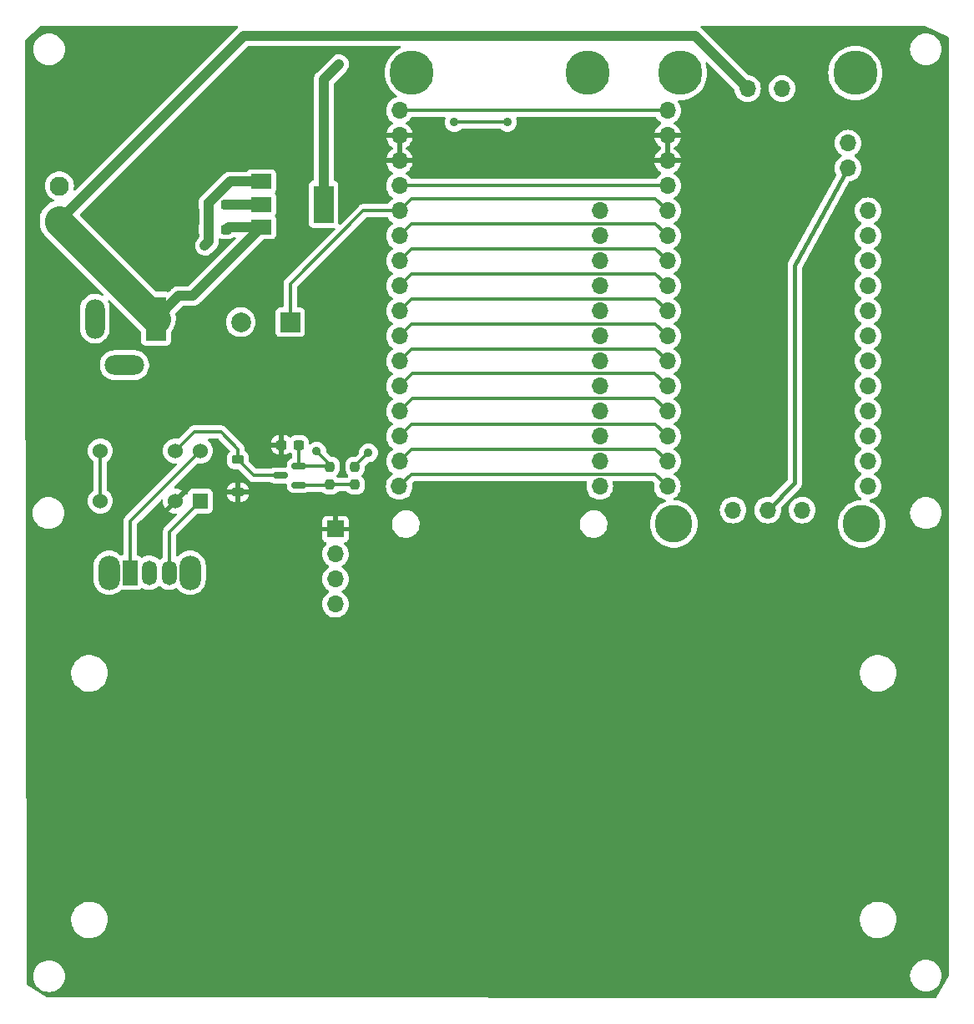
<source format=gtl>
G04 #@! TF.GenerationSoftware,KiCad,Pcbnew,7.0.1*
G04 #@! TF.CreationDate,2023-05-15T21:33:36-05:00*
G04 #@! TF.ProjectId,MiniSSO-Tester,4d696e69-5353-44f2-9d54-65737465722e,1*
G04 #@! TF.SameCoordinates,Original*
G04 #@! TF.FileFunction,Copper,L1,Top*
G04 #@! TF.FilePolarity,Positive*
%FSLAX46Y46*%
G04 Gerber Fmt 4.6, Leading zero omitted, Abs format (unit mm)*
G04 Created by KiCad (PCBNEW 7.0.1) date 2023-05-15 21:33:36*
%MOMM*%
%LPD*%
G01*
G04 APERTURE LIST*
G04 Aperture macros list*
%AMRoundRect*
0 Rectangle with rounded corners*
0 $1 Rounding radius*
0 $2 $3 $4 $5 $6 $7 $8 $9 X,Y pos of 4 corners*
0 Add a 4 corners polygon primitive as box body*
4,1,4,$2,$3,$4,$5,$6,$7,$8,$9,$2,$3,0*
0 Add four circle primitives for the rounded corners*
1,1,$1+$1,$2,$3*
1,1,$1+$1,$4,$5*
1,1,$1+$1,$6,$7*
1,1,$1+$1,$8,$9*
0 Add four rect primitives between the rounded corners*
20,1,$1+$1,$2,$3,$4,$5,0*
20,1,$1+$1,$4,$5,$6,$7,0*
20,1,$1+$1,$6,$7,$8,$9,0*
20,1,$1+$1,$8,$9,$2,$3,0*%
G04 Aperture macros list end*
G04 #@! TA.AperFunction,ComponentPad*
%ADD10R,1.700000X1.700000*%
G04 #@! TD*
G04 #@! TA.AperFunction,ComponentPad*
%ADD11O,1.700000X1.700000*%
G04 #@! TD*
G04 #@! TA.AperFunction,SMDPad,CuDef*
%ADD12RoundRect,0.237500X0.300000X0.237500X-0.300000X0.237500X-0.300000X-0.237500X0.300000X-0.237500X0*%
G04 #@! TD*
G04 #@! TA.AperFunction,SMDPad,CuDef*
%ADD13RoundRect,0.237500X-0.300000X-0.237500X0.300000X-0.237500X0.300000X0.237500X-0.300000X0.237500X0*%
G04 #@! TD*
G04 #@! TA.AperFunction,SMDPad,CuDef*
%ADD14RoundRect,0.237500X-0.237500X0.250000X-0.237500X-0.250000X0.237500X-0.250000X0.237500X0.250000X0*%
G04 #@! TD*
G04 #@! TA.AperFunction,SMDPad,CuDef*
%ADD15RoundRect,0.225000X0.375000X-0.225000X0.375000X0.225000X-0.375000X0.225000X-0.375000X-0.225000X0*%
G04 #@! TD*
G04 #@! TA.AperFunction,ComponentPad*
%ADD16C,1.950000*%
G04 #@! TD*
G04 #@! TA.AperFunction,ComponentPad*
%ADD17R,1.524000X1.524000*%
G04 #@! TD*
G04 #@! TA.AperFunction,ComponentPad*
%ADD18C,1.524000*%
G04 #@! TD*
G04 #@! TA.AperFunction,ComponentPad*
%ADD19O,2.200000X3.500000*%
G04 #@! TD*
G04 #@! TA.AperFunction,ComponentPad*
%ADD20R,1.500000X2.500000*%
G04 #@! TD*
G04 #@! TA.AperFunction,ComponentPad*
%ADD21O,1.500000X2.500000*%
G04 #@! TD*
G04 #@! TA.AperFunction,SMDPad,CuDef*
%ADD22R,2.000000X1.500000*%
G04 #@! TD*
G04 #@! TA.AperFunction,SMDPad,CuDef*
%ADD23R,2.000000X3.800000*%
G04 #@! TD*
G04 #@! TA.AperFunction,ComponentPad*
%ADD24R,2.000000X2.000000*%
G04 #@! TD*
G04 #@! TA.AperFunction,ComponentPad*
%ADD25C,2.000000*%
G04 #@! TD*
G04 #@! TA.AperFunction,ComponentPad*
%ADD26C,4.500000*%
G04 #@! TD*
G04 #@! TA.AperFunction,SMDPad,CuDef*
%ADD27RoundRect,0.150000X0.587500X0.150000X-0.587500X0.150000X-0.587500X-0.150000X0.587500X-0.150000X0*%
G04 #@! TD*
G04 #@! TA.AperFunction,ComponentPad*
%ADD28C,3.810000*%
G04 #@! TD*
G04 #@! TA.AperFunction,ComponentPad*
%ADD29R,2.000000X4.500000*%
G04 #@! TD*
G04 #@! TA.AperFunction,ComponentPad*
%ADD30O,2.000000X4.000000*%
G04 #@! TD*
G04 #@! TA.AperFunction,ComponentPad*
%ADD31O,4.000000X2.000000*%
G04 #@! TD*
G04 #@! TA.AperFunction,SMDPad,CuDef*
%ADD32RoundRect,0.237500X0.237500X-0.250000X0.237500X0.250000X-0.237500X0.250000X-0.237500X-0.250000X0*%
G04 #@! TD*
G04 #@! TA.AperFunction,ViaPad*
%ADD33C,0.900000*%
G04 #@! TD*
G04 #@! TA.AperFunction,Conductor*
%ADD34C,0.350000*%
G04 #@! TD*
G04 #@! TA.AperFunction,Conductor*
%ADD35C,0.450000*%
G04 #@! TD*
G04 #@! TA.AperFunction,Conductor*
%ADD36C,1.000000*%
G04 #@! TD*
G04 #@! TA.AperFunction,Conductor*
%ADD37C,3.000000*%
G04 #@! TD*
G04 APERTURE END LIST*
D10*
X84800000Y-111430000D03*
D11*
X84800000Y-113970000D03*
X84800000Y-116510000D03*
X84800000Y-119050000D03*
D12*
X73692500Y-81040000D03*
X71967500Y-81040000D03*
D13*
X79337500Y-102900000D03*
X81062500Y-102900000D03*
D14*
X86790000Y-105100000D03*
X86790000Y-106925000D03*
D15*
X74915000Y-107695000D03*
X74915000Y-104395000D03*
D16*
X56800000Y-80150000D03*
X56800000Y-76650000D03*
D17*
X71105000Y-108585000D03*
D18*
X71105000Y-103505000D03*
X68565000Y-108585000D03*
X68565000Y-103505000D03*
X60945000Y-108585000D03*
X60945000Y-103505000D03*
D19*
X61850000Y-115850000D03*
X70050000Y-115850000D03*
D20*
X63950000Y-115850000D03*
D21*
X65950000Y-115850000D03*
X67950000Y-115850000D03*
D22*
X77300000Y-76200000D03*
X77300000Y-78500000D03*
D23*
X83600000Y-78500000D03*
D22*
X77300000Y-80800000D03*
D24*
X80200000Y-90450000D03*
D25*
X75200000Y-90450000D03*
D11*
X91290800Y-69000000D03*
X91290800Y-71540000D03*
X91290800Y-74080000D03*
X91290800Y-76620000D03*
X91290800Y-79160000D03*
X91290800Y-81700000D03*
X91290800Y-84240000D03*
X91290800Y-86780000D03*
X91290800Y-89320000D03*
X91290800Y-91860000D03*
X91290800Y-94400000D03*
X91290800Y-96940000D03*
X91290800Y-99480000D03*
X91290800Y-102020000D03*
X91290800Y-104560000D03*
X91265400Y-107100000D03*
X111610800Y-107100000D03*
X111610800Y-104560000D03*
X111610800Y-102020000D03*
X111610800Y-99480000D03*
X111610800Y-96940000D03*
X111610800Y-94400000D03*
X111610800Y-91860000D03*
X111610800Y-89320000D03*
X111610800Y-86780000D03*
X111610800Y-84240000D03*
X111610800Y-81700000D03*
X111610800Y-79160000D03*
D26*
X92543000Y-65172200D03*
X110343000Y-65172200D03*
D27*
X81100000Y-106950000D03*
X81100000Y-105050000D03*
X79225000Y-106000000D03*
D11*
X118490800Y-69000000D03*
X118490800Y-71540000D03*
X118490800Y-74080000D03*
X118490800Y-76620000D03*
X118490800Y-79160000D03*
X118490800Y-81700000D03*
X118490800Y-84240000D03*
X118490800Y-86780000D03*
X118490800Y-89320000D03*
X118490800Y-91860000D03*
X118490800Y-94400000D03*
X118490800Y-96940000D03*
X118490800Y-99480000D03*
X118490800Y-102020000D03*
X118490800Y-104560000D03*
X118465400Y-107100000D03*
X138810800Y-107100000D03*
X138810800Y-104560000D03*
X138810800Y-102020000D03*
X138810800Y-99480000D03*
X138810800Y-96940000D03*
X138810800Y-94400000D03*
X138810800Y-91860000D03*
X138810800Y-89320000D03*
X138810800Y-86780000D03*
X138810800Y-84240000D03*
X138810800Y-81700000D03*
X138810800Y-79160000D03*
X136795200Y-74847600D03*
X136795200Y-72307600D03*
X130105200Y-66767600D03*
X126605200Y-66767600D03*
X125145200Y-109497600D03*
X128645200Y-109497600D03*
X132145200Y-109497600D03*
D26*
X119760800Y-65190000D03*
X137540800Y-65190000D03*
D28*
X119125800Y-110910000D03*
X138175800Y-110910000D03*
D29*
X66600000Y-90100000D03*
D30*
X60400000Y-90100000D03*
D31*
X63400000Y-94800000D03*
D12*
X73692500Y-78500000D03*
X71967500Y-78500000D03*
D32*
X84250000Y-106925000D03*
X84250000Y-105100000D03*
D33*
X88150000Y-103700000D03*
X82900000Y-103550000D03*
X102250000Y-70200000D03*
X96850000Y-70200000D03*
X85150000Y-64300000D03*
X71550000Y-82700000D03*
D34*
X86790000Y-105060000D02*
X88150000Y-103700000D01*
X86790000Y-105100000D02*
X86790000Y-105060000D01*
X84250000Y-104900000D02*
X82900000Y-103550000D01*
X84250000Y-105100000D02*
X84250000Y-104900000D01*
D35*
X131400000Y-106742800D02*
X128645200Y-109497600D01*
X136795200Y-74847600D02*
X131400000Y-84700000D01*
X131400000Y-84700000D02*
X131400000Y-106742800D01*
D34*
X96850000Y-70200000D02*
X102250000Y-70200000D01*
X80200000Y-86600000D02*
X87640000Y-79160000D01*
X80200000Y-90450000D02*
X80200000Y-86600000D01*
X87640000Y-79160000D02*
X91290800Y-79160000D01*
X74668000Y-107448000D02*
X74915000Y-107695000D01*
X67950000Y-115850000D02*
X67950000Y-111740000D01*
X67950000Y-111740000D02*
X71105000Y-108585000D01*
X63950000Y-115850000D02*
X63950000Y-110660000D01*
X63950000Y-110660000D02*
X71105000Y-103505000D01*
D36*
X83600000Y-65850000D02*
X85150000Y-64300000D01*
X83600000Y-78500000D02*
X83600000Y-65850000D01*
X71967500Y-82282500D02*
X71550000Y-82700000D01*
X71967500Y-81040000D02*
X71967500Y-82282500D01*
X71967500Y-78500000D02*
X71967500Y-81040000D01*
X71967500Y-78361675D02*
X71967500Y-78500000D01*
X74129175Y-76200000D02*
X71967500Y-78361675D01*
X77300000Y-76200000D02*
X74129175Y-76200000D01*
X73692500Y-78500000D02*
X77300000Y-78500000D01*
X77300000Y-80800000D02*
X73932500Y-80800000D01*
X73932500Y-80800000D02*
X73692500Y-81040000D01*
X70300000Y-87800000D02*
X68900000Y-87800000D01*
X77300000Y-80800000D02*
X70300000Y-87800000D01*
D34*
X60945000Y-108585000D02*
X60945000Y-103505000D01*
X70470000Y-101600000D02*
X68565000Y-103505000D01*
X73200000Y-101600000D02*
X70470000Y-101600000D01*
X74915000Y-103315000D02*
X73200000Y-101600000D01*
X74915000Y-104395000D02*
X74915000Y-103315000D01*
X76520000Y-106000000D02*
X74915000Y-104395000D01*
X79225000Y-106000000D02*
X76520000Y-106000000D01*
X84250000Y-106925000D02*
X86790000Y-106925000D01*
X84225000Y-106950000D02*
X84250000Y-106925000D01*
X81100000Y-106950000D02*
X84225000Y-106950000D01*
X81100000Y-102937500D02*
X81062500Y-102900000D01*
X81100000Y-105050000D02*
X81100000Y-102937500D01*
X84200000Y-105050000D02*
X84250000Y-105100000D01*
X81100000Y-105050000D02*
X84200000Y-105050000D01*
X91290800Y-76620000D02*
X118490800Y-76620000D01*
D37*
X56800000Y-80300000D02*
X66600000Y-90100000D01*
D36*
X68900000Y-87800000D02*
X66600000Y-90100000D01*
X121287600Y-61450000D02*
X75500000Y-61450000D01*
X126605200Y-66767600D02*
X121287600Y-61450000D01*
D37*
X56800000Y-80150000D02*
X56800000Y-80300000D01*
D36*
X75500000Y-61450000D02*
X56800000Y-80150000D01*
D34*
X91290800Y-74080000D02*
X118490800Y-74080000D01*
X91290800Y-71540000D02*
X118490800Y-71540000D01*
X117265800Y-77935000D02*
X118490800Y-79160000D01*
X91290800Y-79160000D02*
X92515800Y-77935000D01*
X92515800Y-77935000D02*
X117265800Y-77935000D01*
X91290800Y-69000000D02*
X118490800Y-69000000D01*
X92515800Y-80475000D02*
X117265800Y-80475000D01*
X91290800Y-81700000D02*
X92515800Y-80475000D01*
X117265800Y-80475000D02*
X118490800Y-81700000D01*
X92515800Y-83015000D02*
X117265800Y-83015000D01*
X117265800Y-83015000D02*
X118490800Y-84240000D01*
X91290800Y-84240000D02*
X92515800Y-83015000D01*
X91290800Y-86780000D02*
X92515800Y-85555000D01*
X117265800Y-85555000D02*
X118490800Y-86780000D01*
X92515800Y-85555000D02*
X117265800Y-85555000D01*
X92515800Y-88095000D02*
X117265800Y-88095000D01*
X91290800Y-89320000D02*
X92515800Y-88095000D01*
X117265800Y-88095000D02*
X118490800Y-89320000D01*
X92515800Y-90635000D02*
X117265800Y-90635000D01*
X117265800Y-90635000D02*
X118490800Y-91860000D01*
X91290800Y-91860000D02*
X92515800Y-90635000D01*
X117265800Y-93175000D02*
X118490800Y-94400000D01*
X92515800Y-93175000D02*
X117265800Y-93175000D01*
X91290800Y-94400000D02*
X92515800Y-93175000D01*
X91290800Y-96940000D02*
X92605800Y-95625000D01*
X117175800Y-95625000D02*
X118490800Y-96940000D01*
X92605800Y-95625000D02*
X117175800Y-95625000D01*
X91290800Y-99480000D02*
X92605800Y-98165000D01*
X117175800Y-98165000D02*
X118490800Y-99480000D01*
X92605800Y-98165000D02*
X117175800Y-98165000D01*
X117265800Y-100795000D02*
X118490800Y-102020000D01*
X91290800Y-102020000D02*
X92515800Y-100795000D01*
X92515800Y-100795000D02*
X117265800Y-100795000D01*
X117265800Y-103335000D02*
X118490800Y-104560000D01*
X92515800Y-103335000D02*
X117265800Y-103335000D01*
X91290800Y-104560000D02*
X92515800Y-103335000D01*
X117240400Y-105875000D02*
X118465400Y-107100000D01*
X91265400Y-107100000D02*
X92490400Y-105875000D01*
X92490400Y-105875000D02*
X117240400Y-105875000D01*
G04 #@! TA.AperFunction,Conductor*
G36*
X144574278Y-60411739D02*
G01*
X146927941Y-61516520D01*
X146979900Y-61562249D01*
X146999253Y-61628704D01*
X147049194Y-156666693D01*
X147032561Y-156728792D01*
X145785037Y-158887968D01*
X145739623Y-158933348D01*
X145677601Y-158949934D01*
X55584449Y-158899993D01*
X55519250Y-158881426D01*
X53507832Y-157636262D01*
X53464823Y-157591261D01*
X53449100Y-157531030D01*
X53449015Y-157478860D01*
X53447833Y-156749999D01*
X54144551Y-156749999D01*
X54164317Y-157001149D01*
X54223126Y-157246110D01*
X54260065Y-157335288D01*
X54319534Y-157478859D01*
X54451164Y-157693659D01*
X54614776Y-157885224D01*
X54806341Y-158048836D01*
X55021141Y-158180466D01*
X55253889Y-158276873D01*
X55498852Y-158335683D01*
X55687118Y-158350500D01*
X55812879Y-158350500D01*
X55812882Y-158350500D01*
X56001148Y-158335683D01*
X56246111Y-158276873D01*
X56478859Y-158180466D01*
X56693659Y-158048836D01*
X56885224Y-157885224D01*
X57048836Y-157693659D01*
X57180466Y-157478859D01*
X57276873Y-157246111D01*
X57335683Y-157001148D01*
X57355449Y-156750000D01*
X57351514Y-156699999D01*
X143094551Y-156699999D01*
X143114317Y-156951149D01*
X143173126Y-157196110D01*
X143195241Y-157249500D01*
X143269534Y-157428859D01*
X143401164Y-157643659D01*
X143564776Y-157835224D01*
X143756341Y-157998836D01*
X143971141Y-158130466D01*
X144203889Y-158226873D01*
X144448852Y-158285683D01*
X144637118Y-158300500D01*
X144762879Y-158300500D01*
X144762882Y-158300500D01*
X144951148Y-158285683D01*
X145196111Y-158226873D01*
X145428859Y-158130466D01*
X145643659Y-157998836D01*
X145835224Y-157835224D01*
X145998836Y-157643659D01*
X146130466Y-157428859D01*
X146226873Y-157196111D01*
X146285683Y-156951148D01*
X146305449Y-156700000D01*
X146285683Y-156448852D01*
X146226873Y-156203889D01*
X146130466Y-155971141D01*
X145998836Y-155756341D01*
X145835224Y-155564776D01*
X145643659Y-155401164D01*
X145428859Y-155269534D01*
X145312485Y-155221330D01*
X145196110Y-155173126D01*
X144951149Y-155114317D01*
X144904081Y-155110612D01*
X144762882Y-155099500D01*
X144637118Y-155099500D01*
X144524158Y-155108390D01*
X144448850Y-155114317D01*
X144203889Y-155173126D01*
X143971139Y-155269535D01*
X143756342Y-155401163D01*
X143564776Y-155564776D01*
X143401163Y-155756342D01*
X143269535Y-155971139D01*
X143173126Y-156203889D01*
X143114317Y-156448850D01*
X143094551Y-156699999D01*
X57351514Y-156699999D01*
X57335683Y-156498852D01*
X57276873Y-156253889D01*
X57180466Y-156021141D01*
X57048836Y-155806341D01*
X56885224Y-155614776D01*
X56693659Y-155451164D01*
X56478859Y-155319534D01*
X56358148Y-155269534D01*
X56246110Y-155223126D01*
X56001149Y-155164317D01*
X55954081Y-155160612D01*
X55812882Y-155149500D01*
X55687118Y-155149500D01*
X55574158Y-155158390D01*
X55498850Y-155164317D01*
X55253889Y-155223126D01*
X55021139Y-155319535D01*
X54806342Y-155451163D01*
X54614776Y-155614776D01*
X54451163Y-155806342D01*
X54319535Y-156021139D01*
X54223126Y-156253889D01*
X54164317Y-156498850D01*
X54144551Y-156749999D01*
X53447833Y-156749999D01*
X53438700Y-151117764D01*
X57995787Y-151117764D01*
X58025413Y-151387016D01*
X58093928Y-151649087D01*
X58199871Y-151898392D01*
X58340982Y-152129611D01*
X58430253Y-152236881D01*
X58514255Y-152337820D01*
X58715998Y-152518582D01*
X58941910Y-152668044D01*
X59048211Y-152717876D01*
X59187177Y-152783021D01*
X59446562Y-152861058D01*
X59446569Y-152861060D01*
X59714561Y-152900500D01*
X59917631Y-152900500D01*
X59917634Y-152900500D01*
X60120156Y-152885677D01*
X60120156Y-152885676D01*
X60384553Y-152826780D01*
X60637558Y-152730014D01*
X60873777Y-152597441D01*
X61088177Y-152431888D01*
X61276186Y-152236881D01*
X61433799Y-152016579D01*
X61557656Y-151775675D01*
X61645118Y-151519305D01*
X61694319Y-151252933D01*
X61699259Y-151117764D01*
X137995787Y-151117764D01*
X138025413Y-151387016D01*
X138093928Y-151649087D01*
X138199871Y-151898392D01*
X138340982Y-152129611D01*
X138430253Y-152236881D01*
X138514255Y-152337820D01*
X138715998Y-152518582D01*
X138941910Y-152668044D01*
X139048211Y-152717876D01*
X139187177Y-152783021D01*
X139446562Y-152861058D01*
X139446569Y-152861060D01*
X139714561Y-152900500D01*
X139917631Y-152900500D01*
X139917634Y-152900500D01*
X140120156Y-152885677D01*
X140120156Y-152885676D01*
X140384553Y-152826780D01*
X140637558Y-152730014D01*
X140873777Y-152597441D01*
X141088177Y-152431888D01*
X141276186Y-152236881D01*
X141433799Y-152016579D01*
X141557656Y-151775675D01*
X141645118Y-151519305D01*
X141694319Y-151252933D01*
X141704212Y-150982235D01*
X141674586Y-150712982D01*
X141606072Y-150450912D01*
X141500130Y-150201610D01*
X141359018Y-149970390D01*
X141359017Y-149970388D01*
X141185746Y-149762181D01*
X141080758Y-149668112D01*
X140984002Y-149581418D01*
X140758090Y-149431956D01*
X140758086Y-149431954D01*
X140512822Y-149316978D01*
X140253437Y-149238941D01*
X140253431Y-149238940D01*
X139985439Y-149199500D01*
X139782369Y-149199500D01*
X139782366Y-149199500D01*
X139579843Y-149214322D01*
X139315449Y-149273219D01*
X139062441Y-149369986D01*
X138826223Y-149502559D01*
X138611825Y-149668109D01*
X138423813Y-149863120D01*
X138266201Y-150083420D01*
X138142342Y-150324329D01*
X138054881Y-150580695D01*
X138005680Y-150847066D01*
X137995787Y-151117764D01*
X61699259Y-151117764D01*
X61704212Y-150982235D01*
X61674586Y-150712982D01*
X61606072Y-150450912D01*
X61500130Y-150201610D01*
X61359018Y-149970390D01*
X61359017Y-149970388D01*
X61185746Y-149762181D01*
X61080758Y-149668112D01*
X60984002Y-149581418D01*
X60758090Y-149431956D01*
X60758086Y-149431954D01*
X60512822Y-149316978D01*
X60253437Y-149238941D01*
X60253431Y-149238940D01*
X59985439Y-149199500D01*
X59782369Y-149199500D01*
X59782366Y-149199500D01*
X59579843Y-149214322D01*
X59315449Y-149273219D01*
X59062441Y-149369986D01*
X58826223Y-149502559D01*
X58611825Y-149668109D01*
X58423813Y-149863120D01*
X58266201Y-150083420D01*
X58142342Y-150324329D01*
X58054881Y-150580695D01*
X58005680Y-150847066D01*
X57995787Y-151117764D01*
X53438700Y-151117764D01*
X53398159Y-126117764D01*
X57995787Y-126117764D01*
X58025413Y-126387016D01*
X58093928Y-126649087D01*
X58199871Y-126898392D01*
X58340982Y-127129611D01*
X58430253Y-127236881D01*
X58514255Y-127337820D01*
X58715998Y-127518582D01*
X58941910Y-127668044D01*
X59048211Y-127717876D01*
X59187177Y-127783021D01*
X59446562Y-127861058D01*
X59446569Y-127861060D01*
X59714561Y-127900500D01*
X59917631Y-127900500D01*
X59917634Y-127900500D01*
X60120156Y-127885677D01*
X60120155Y-127885677D01*
X60384553Y-127826780D01*
X60637558Y-127730014D01*
X60873777Y-127597441D01*
X61088177Y-127431888D01*
X61276186Y-127236881D01*
X61433799Y-127016579D01*
X61557656Y-126775675D01*
X61645118Y-126519305D01*
X61694319Y-126252933D01*
X61699259Y-126117764D01*
X137995787Y-126117764D01*
X138025413Y-126387016D01*
X138093928Y-126649087D01*
X138199871Y-126898392D01*
X138340982Y-127129611D01*
X138430253Y-127236881D01*
X138514255Y-127337820D01*
X138715998Y-127518582D01*
X138941910Y-127668044D01*
X139048211Y-127717876D01*
X139187177Y-127783021D01*
X139446562Y-127861058D01*
X139446569Y-127861060D01*
X139714561Y-127900500D01*
X139917631Y-127900500D01*
X139917634Y-127900500D01*
X140120156Y-127885677D01*
X140120155Y-127885677D01*
X140384553Y-127826780D01*
X140637558Y-127730014D01*
X140873777Y-127597441D01*
X141088177Y-127431888D01*
X141276186Y-127236881D01*
X141433799Y-127016579D01*
X141557656Y-126775675D01*
X141645118Y-126519305D01*
X141694319Y-126252933D01*
X141704212Y-125982235D01*
X141674586Y-125712982D01*
X141606072Y-125450912D01*
X141500130Y-125201610D01*
X141359018Y-124970390D01*
X141359017Y-124970388D01*
X141185746Y-124762181D01*
X141080758Y-124668112D01*
X140984002Y-124581418D01*
X140758090Y-124431956D01*
X140758086Y-124431954D01*
X140512822Y-124316978D01*
X140253437Y-124238941D01*
X140253431Y-124238940D01*
X139985439Y-124199500D01*
X139782369Y-124199500D01*
X139782366Y-124199500D01*
X139579843Y-124214322D01*
X139315449Y-124273219D01*
X139062441Y-124369986D01*
X138826223Y-124502559D01*
X138611825Y-124668109D01*
X138423813Y-124863120D01*
X138266201Y-125083420D01*
X138142342Y-125324329D01*
X138054881Y-125580695D01*
X138005680Y-125847066D01*
X137995787Y-126117764D01*
X61699259Y-126117764D01*
X61704212Y-125982235D01*
X61674586Y-125712982D01*
X61606072Y-125450912D01*
X61500130Y-125201610D01*
X61359018Y-124970390D01*
X61359017Y-124970388D01*
X61185746Y-124762181D01*
X61080758Y-124668112D01*
X60984002Y-124581418D01*
X60758090Y-124431956D01*
X60758086Y-124431954D01*
X60512822Y-124316978D01*
X60253437Y-124238941D01*
X60253431Y-124238940D01*
X59985439Y-124199500D01*
X59782369Y-124199500D01*
X59782366Y-124199500D01*
X59579843Y-124214322D01*
X59315449Y-124273219D01*
X59062441Y-124369986D01*
X58826223Y-124502559D01*
X58611825Y-124668109D01*
X58423813Y-124863120D01*
X58266201Y-125083420D01*
X58142342Y-125324329D01*
X58054881Y-125580695D01*
X58005680Y-125847066D01*
X57995787Y-126117764D01*
X53398159Y-126117764D01*
X53386698Y-119049999D01*
X83444340Y-119049999D01*
X83464936Y-119285407D01*
X83509709Y-119452502D01*
X83526097Y-119513663D01*
X83625965Y-119727830D01*
X83761505Y-119921401D01*
X83928599Y-120088495D01*
X84122170Y-120224035D01*
X84336337Y-120323903D01*
X84564592Y-120385063D01*
X84800000Y-120405659D01*
X85035408Y-120385063D01*
X85263663Y-120323903D01*
X85477830Y-120224035D01*
X85671401Y-120088495D01*
X85838495Y-119921401D01*
X85974035Y-119727830D01*
X86073903Y-119513663D01*
X86135063Y-119285408D01*
X86155659Y-119050000D01*
X86135063Y-118814592D01*
X86073903Y-118586337D01*
X85974035Y-118372171D01*
X85838495Y-118178599D01*
X85671401Y-118011505D01*
X85485839Y-117881573D01*
X85446975Y-117837257D01*
X85432964Y-117780000D01*
X85446975Y-117722743D01*
X85485839Y-117678426D01*
X85671401Y-117548495D01*
X85838495Y-117381401D01*
X85974035Y-117187830D01*
X86073903Y-116973663D01*
X86135063Y-116745408D01*
X86155659Y-116510000D01*
X86135063Y-116274592D01*
X86073903Y-116046337D01*
X85974035Y-115832171D01*
X85838495Y-115638599D01*
X85671401Y-115471505D01*
X85485839Y-115341573D01*
X85446975Y-115297257D01*
X85432964Y-115240000D01*
X85446975Y-115182743D01*
X85485839Y-115138426D01*
X85671401Y-115008495D01*
X85838495Y-114841401D01*
X85974035Y-114647830D01*
X86073903Y-114433663D01*
X86135063Y-114205408D01*
X86155659Y-113970000D01*
X86149636Y-113901164D01*
X86135063Y-113734592D01*
X86118593Y-113673126D01*
X86073903Y-113506337D01*
X85974035Y-113292171D01*
X85838495Y-113098599D01*
X85716181Y-112976285D01*
X85684885Y-112923539D01*
X85682696Y-112862246D01*
X85710149Y-112807401D01*
X85760528Y-112772422D01*
X85892089Y-112723352D01*
X86007188Y-112637188D01*
X86093352Y-112522089D01*
X86143597Y-112387375D01*
X86150000Y-112327824D01*
X86150000Y-111680000D01*
X83450000Y-111680000D01*
X83450000Y-112327824D01*
X83456402Y-112387375D01*
X83506647Y-112522089D01*
X83592811Y-112637188D01*
X83707911Y-112723352D01*
X83839471Y-112772422D01*
X83889850Y-112807401D01*
X83917303Y-112862246D01*
X83915114Y-112923539D01*
X83883819Y-112976285D01*
X83761503Y-113098601D01*
X83625965Y-113292170D01*
X83526097Y-113506336D01*
X83464936Y-113734592D01*
X83444340Y-113969999D01*
X83464936Y-114205407D01*
X83505735Y-114357669D01*
X83526097Y-114433663D01*
X83625965Y-114647830D01*
X83761505Y-114841401D01*
X83928599Y-115008495D01*
X84114160Y-115138426D01*
X84153024Y-115182743D01*
X84167035Y-115240000D01*
X84153024Y-115297257D01*
X84114159Y-115341575D01*
X83928595Y-115471508D01*
X83761505Y-115638598D01*
X83625965Y-115832170D01*
X83526097Y-116046336D01*
X83464936Y-116274592D01*
X83444340Y-116510000D01*
X83464936Y-116745407D01*
X83466475Y-116751149D01*
X83526097Y-116973663D01*
X83625965Y-117187830D01*
X83761505Y-117381401D01*
X83928599Y-117548495D01*
X84114160Y-117678426D01*
X84153024Y-117722743D01*
X84167035Y-117780000D01*
X84153024Y-117837257D01*
X84114159Y-117881575D01*
X83928595Y-118011508D01*
X83761505Y-118178598D01*
X83625965Y-118372170D01*
X83526097Y-118586336D01*
X83464936Y-118814592D01*
X83444340Y-119049999D01*
X53386698Y-119049999D01*
X53382665Y-116562879D01*
X60249500Y-116562879D01*
X60264317Y-116751149D01*
X60323126Y-116996110D01*
X60367731Y-117103795D01*
X60419534Y-117228859D01*
X60551164Y-117443659D01*
X60714776Y-117635224D01*
X60906341Y-117798836D01*
X61121141Y-117930466D01*
X61353889Y-118026873D01*
X61598852Y-118085683D01*
X61850000Y-118105449D01*
X62101148Y-118085683D01*
X62346111Y-118026873D01*
X62578859Y-117930466D01*
X62793659Y-117798836D01*
X62839029Y-117760085D01*
X62992646Y-117628886D01*
X62993502Y-117629889D01*
X63032403Y-117602044D01*
X63091476Y-117593979D01*
X63092516Y-117594090D01*
X63092517Y-117594091D01*
X63152127Y-117600500D01*
X64747872Y-117600499D01*
X64807483Y-117594091D01*
X64942331Y-117543796D01*
X65057546Y-117457546D01*
X65086850Y-117418400D01*
X65135063Y-117379710D01*
X65195969Y-117369105D01*
X65254426Y-117389226D01*
X65355032Y-117455635D01*
X65562012Y-117544103D01*
X65781463Y-117594191D01*
X65986998Y-117603421D01*
X66006328Y-117604290D01*
X66006328Y-117604289D01*
X66006330Y-117604290D01*
X66229387Y-117574075D01*
X66443464Y-117504517D01*
X66641681Y-117397852D01*
X66817666Y-117257508D01*
X66856125Y-117213487D01*
X66911185Y-117177142D01*
X66977096Y-117174182D01*
X67035195Y-117205446D01*
X67167175Y-117331632D01*
X67355032Y-117455635D01*
X67562012Y-117544103D01*
X67781463Y-117594191D01*
X67986998Y-117603421D01*
X68006328Y-117604290D01*
X68006328Y-117604289D01*
X68006330Y-117604290D01*
X68229387Y-117574075D01*
X68443464Y-117504517D01*
X68601804Y-117419310D01*
X68655459Y-117404611D01*
X68710145Y-117414852D01*
X68754849Y-117447974D01*
X68802169Y-117503379D01*
X68914776Y-117635224D01*
X69106341Y-117798836D01*
X69321141Y-117930466D01*
X69553889Y-118026873D01*
X69798852Y-118085683D01*
X70050000Y-118105449D01*
X70301148Y-118085683D01*
X70546111Y-118026873D01*
X70778859Y-117930466D01*
X70993659Y-117798836D01*
X71185224Y-117635224D01*
X71348836Y-117443659D01*
X71480466Y-117228859D01*
X71576873Y-116996111D01*
X71635683Y-116751148D01*
X71650500Y-116562882D01*
X71650500Y-115137118D01*
X71635683Y-114948852D01*
X71576873Y-114703889D01*
X71480466Y-114471141D01*
X71348836Y-114256341D01*
X71185224Y-114064776D01*
X70993659Y-113901164D01*
X70778859Y-113769534D01*
X70662484Y-113721330D01*
X70546110Y-113673126D01*
X70301149Y-113614317D01*
X70050000Y-113594551D01*
X69798850Y-113614317D01*
X69553889Y-113673126D01*
X69321139Y-113769535D01*
X69106342Y-113901163D01*
X68914776Y-114064776D01*
X68843790Y-114147890D01*
X68795147Y-114182650D01*
X68735893Y-114190609D01*
X68679801Y-114169916D01*
X68639913Y-114125381D01*
X68625500Y-114067358D01*
X68625500Y-112071163D01*
X68634939Y-112023710D01*
X68661819Y-111983482D01*
X69465301Y-111180000D01*
X83450000Y-111180000D01*
X84550000Y-111180000D01*
X84550000Y-110080000D01*
X85050000Y-110080000D01*
X85050000Y-111180000D01*
X86150000Y-111180000D01*
X86150000Y-110862847D01*
X90545722Y-110862847D01*
X90555789Y-111099836D01*
X90555790Y-111099839D01*
X90605764Y-111331724D01*
X90605765Y-111331726D01*
X90688476Y-111537562D01*
X90694209Y-111551827D01*
X90784773Y-111698912D01*
X90818580Y-111753818D01*
X90975298Y-111931884D01*
X91159850Y-112080900D01*
X91366940Y-112196588D01*
X91590601Y-112275612D01*
X91824394Y-112315700D01*
X91824396Y-112315700D01*
X92002191Y-112315700D01*
X92002195Y-112315700D01*
X92120299Y-112305647D01*
X92179354Y-112300621D01*
X92332390Y-112260773D01*
X92408910Y-112240850D01*
X92516984Y-112191996D01*
X92625060Y-112143143D01*
X92821590Y-112010313D01*
X92992844Y-111846179D01*
X93133896Y-111655464D01*
X93240688Y-111443654D01*
X93310148Y-111216843D01*
X93340278Y-110981556D01*
X93335235Y-110862847D01*
X109595722Y-110862847D01*
X109605789Y-111099836D01*
X109605790Y-111099839D01*
X109655764Y-111331724D01*
X109655765Y-111331726D01*
X109738476Y-111537562D01*
X109744209Y-111551827D01*
X109834773Y-111698912D01*
X109868580Y-111753818D01*
X110025298Y-111931884D01*
X110209850Y-112080900D01*
X110416940Y-112196588D01*
X110640601Y-112275612D01*
X110874394Y-112315700D01*
X110874396Y-112315700D01*
X111052191Y-112315700D01*
X111052195Y-112315700D01*
X111170299Y-112305647D01*
X111229354Y-112300621D01*
X111382390Y-112260773D01*
X111458910Y-112240850D01*
X111566984Y-112191996D01*
X111675060Y-112143143D01*
X111871590Y-112010313D01*
X112042844Y-111846179D01*
X112183896Y-111655464D01*
X112290688Y-111443654D01*
X112360148Y-111216843D01*
X112390278Y-110981556D01*
X112380210Y-110744561D01*
X112330236Y-110512676D01*
X112241791Y-110292573D01*
X112117421Y-110090583D01*
X111960703Y-109912517D01*
X111960701Y-109912515D01*
X111776149Y-109763499D01*
X111569059Y-109647811D01*
X111345398Y-109568787D01*
X111111606Y-109528700D01*
X111111604Y-109528700D01*
X110933809Y-109528700D01*
X110933805Y-109528700D01*
X110756647Y-109543778D01*
X110527089Y-109603549D01*
X110310940Y-109701256D01*
X110114410Y-109834086D01*
X109943155Y-109998220D01*
X109802104Y-110188935D01*
X109695312Y-110400745D01*
X109625852Y-110627556D01*
X109619564Y-110676664D01*
X109596950Y-110853259D01*
X109595722Y-110862847D01*
X93335235Y-110862847D01*
X93330210Y-110744561D01*
X93280236Y-110512676D01*
X93191791Y-110292573D01*
X93067421Y-110090583D01*
X92910703Y-109912517D01*
X92910701Y-109912515D01*
X92726149Y-109763499D01*
X92519059Y-109647811D01*
X92295398Y-109568787D01*
X92061606Y-109528700D01*
X92061604Y-109528700D01*
X91883809Y-109528700D01*
X91883805Y-109528700D01*
X91706647Y-109543778D01*
X91477089Y-109603549D01*
X91260940Y-109701256D01*
X91064410Y-109834086D01*
X90893155Y-109998220D01*
X90752104Y-110188935D01*
X90645312Y-110400745D01*
X90575852Y-110627556D01*
X90569564Y-110676664D01*
X90546950Y-110853259D01*
X90545722Y-110862847D01*
X86150000Y-110862847D01*
X86150000Y-110532176D01*
X86143597Y-110472624D01*
X86093352Y-110337910D01*
X86007188Y-110222811D01*
X85892089Y-110136647D01*
X85757375Y-110086402D01*
X85697824Y-110080000D01*
X85050000Y-110080000D01*
X84550000Y-110080000D01*
X83902176Y-110080000D01*
X83842624Y-110086402D01*
X83707910Y-110136647D01*
X83592811Y-110222811D01*
X83506647Y-110337910D01*
X83456402Y-110472624D01*
X83450000Y-110532176D01*
X83450000Y-111180000D01*
X69465301Y-111180000D01*
X70761482Y-109883818D01*
X70801710Y-109856938D01*
X70849163Y-109847499D01*
X71914870Y-109847499D01*
X71914872Y-109847499D01*
X71974483Y-109841091D01*
X72109331Y-109790796D01*
X72224546Y-109704546D01*
X72310796Y-109589331D01*
X72361091Y-109454483D01*
X72367500Y-109394873D01*
X72367499Y-107945000D01*
X73815001Y-107945000D01*
X73815001Y-107968315D01*
X73825143Y-108067605D01*
X73878453Y-108228486D01*
X73967426Y-108372732D01*
X74087267Y-108492573D01*
X74231513Y-108581546D01*
X74392393Y-108634856D01*
X74491685Y-108645000D01*
X74665000Y-108645000D01*
X74665000Y-107945000D01*
X75165000Y-107945000D01*
X75165000Y-108644999D01*
X75338315Y-108644999D01*
X75437605Y-108634856D01*
X75598486Y-108581546D01*
X75742732Y-108492573D01*
X75862573Y-108372732D01*
X75951546Y-108228486D01*
X76004856Y-108067606D01*
X76015000Y-107968315D01*
X76015000Y-107945000D01*
X75165000Y-107945000D01*
X74665000Y-107945000D01*
X73815001Y-107945000D01*
X72367499Y-107945000D01*
X72367499Y-107775128D01*
X72361091Y-107715517D01*
X72310796Y-107580669D01*
X72224546Y-107465454D01*
X72197223Y-107445000D01*
X73815000Y-107445000D01*
X74665000Y-107445000D01*
X74665000Y-106745001D01*
X74491685Y-106745001D01*
X74392394Y-106755143D01*
X74231513Y-106808453D01*
X74087267Y-106897426D01*
X73967426Y-107017267D01*
X73878453Y-107161513D01*
X73825143Y-107322393D01*
X73815000Y-107421685D01*
X73815000Y-107445000D01*
X72197223Y-107445000D01*
X72109331Y-107379204D01*
X71974483Y-107328909D01*
X71914873Y-107322500D01*
X71914869Y-107322500D01*
X70295130Y-107322500D01*
X70235515Y-107328909D01*
X70100669Y-107379204D01*
X69985454Y-107465454D01*
X69899204Y-107580668D01*
X69848909Y-107715515D01*
X69848909Y-107715517D01*
X69843011Y-107770380D01*
X69842500Y-107775131D01*
X69842500Y-107815952D01*
X69826953Y-107876068D01*
X69784210Y-107921110D01*
X69724989Y-107939782D01*
X69664142Y-107927402D01*
X69616925Y-107887075D01*
X69616740Y-107886811D01*
X68565000Y-108938553D01*
X67866812Y-109636740D01*
X67931593Y-109682101D01*
X68131718Y-109775420D01*
X68345021Y-109832575D01*
X68564997Y-109851821D01*
X68573959Y-109851037D01*
X68633218Y-109860422D01*
X68681134Y-109896528D01*
X68706491Y-109950904D01*
X68703351Y-110010819D01*
X68672450Y-110062246D01*
X67489424Y-111245273D01*
X67483972Y-111250406D01*
X67440668Y-111288770D01*
X67407800Y-111336387D01*
X67403363Y-111342417D01*
X67367673Y-111387973D01*
X67363824Y-111396524D01*
X67352807Y-111416058D01*
X67347481Y-111423775D01*
X67326965Y-111477868D01*
X67324102Y-111484782D01*
X67300349Y-111537562D01*
X67298661Y-111546776D01*
X67292638Y-111568383D01*
X67289310Y-111577157D01*
X67282333Y-111634612D01*
X67281207Y-111642011D01*
X67270780Y-111698912D01*
X67274274Y-111756664D01*
X67274500Y-111764151D01*
X67274500Y-114229529D01*
X67262220Y-114283330D01*
X67227813Y-114326476D01*
X67082334Y-114442491D01*
X67043875Y-114486511D01*
X66988812Y-114522856D01*
X66922902Y-114525816D01*
X66864803Y-114494552D01*
X66840315Y-114471139D01*
X66732825Y-114368368D01*
X66732822Y-114368366D01*
X66732821Y-114368365D01*
X66544968Y-114244365D01*
X66337987Y-114155896D01*
X66118537Y-114105809D01*
X65893671Y-114095709D01*
X65670611Y-114125925D01*
X65456535Y-114195483D01*
X65248491Y-114307436D01*
X65247672Y-114305914D01*
X65200445Y-114326227D01*
X65135574Y-114317906D01*
X65083960Y-114277739D01*
X65067942Y-114256342D01*
X65057546Y-114242454D01*
X65040280Y-114229529D01*
X64942331Y-114156204D01*
X64807483Y-114105909D01*
X64806553Y-114105809D01*
X64747873Y-114099500D01*
X64747869Y-114099500D01*
X64741265Y-114098790D01*
X64741421Y-114097335D01*
X64687500Y-114082887D01*
X64642113Y-114037500D01*
X64625500Y-113975500D01*
X64625500Y-110991163D01*
X64634939Y-110943710D01*
X64661819Y-110903482D01*
X65052628Y-110512673D01*
X67087759Y-108477541D01*
X67139179Y-108446645D01*
X67199092Y-108443504D01*
X67253467Y-108468858D01*
X67289575Y-108516771D01*
X67298963Y-108576027D01*
X67298178Y-108584999D01*
X67317424Y-108804978D01*
X67374579Y-109018281D01*
X67467898Y-109218406D01*
X67513258Y-109283187D01*
X68565000Y-108231447D01*
X69263187Y-107533258D01*
X69198406Y-107487898D01*
X68998281Y-107394579D01*
X68784978Y-107337424D01*
X68564999Y-107318178D01*
X68556033Y-107318963D01*
X68496775Y-107309578D01*
X68448860Y-107273471D01*
X68423504Y-107219095D01*
X68426644Y-107159181D01*
X68457542Y-107107757D01*
X68820299Y-106745000D01*
X75165000Y-106745000D01*
X75165000Y-107445000D01*
X76014999Y-107445000D01*
X76014999Y-107421685D01*
X76004856Y-107322394D01*
X75951546Y-107161513D01*
X75862573Y-107017267D01*
X75742732Y-106897426D01*
X75598486Y-106808453D01*
X75437606Y-106755143D01*
X75338315Y-106745000D01*
X75165000Y-106745000D01*
X68820299Y-106745000D01*
X70777193Y-104788106D01*
X70822461Y-104759267D01*
X70875679Y-104752261D01*
X71105000Y-104772323D01*
X71325068Y-104753070D01*
X71538450Y-104695894D01*
X71738662Y-104602534D01*
X71919620Y-104475826D01*
X72075826Y-104319620D01*
X72202534Y-104138662D01*
X72295894Y-103938450D01*
X72353070Y-103725068D01*
X72372323Y-103505000D01*
X72353070Y-103284932D01*
X72295894Y-103071550D01*
X72202534Y-102871339D01*
X72075826Y-102690380D01*
X71919620Y-102534174D01*
X71872348Y-102501073D01*
X71832022Y-102453858D01*
X71819642Y-102393011D01*
X71838314Y-102333790D01*
X71883356Y-102291047D01*
X71943472Y-102275500D01*
X72868837Y-102275500D01*
X72916290Y-102284939D01*
X72956518Y-102311819D01*
X74076661Y-103431963D01*
X74108755Y-103487550D01*
X74108755Y-103551737D01*
X74076662Y-103607325D01*
X73967029Y-103716958D01*
X73877997Y-103861300D01*
X73824650Y-104022292D01*
X73814500Y-104121655D01*
X73814500Y-104668344D01*
X73824650Y-104767707D01*
X73877997Y-104928699D01*
X73967031Y-105073044D01*
X74086955Y-105192968D01*
X74231300Y-105282002D01*
X74231302Y-105282002D01*
X74231303Y-105282003D01*
X74392292Y-105335349D01*
X74491655Y-105345500D01*
X74858836Y-105345499D01*
X74906289Y-105354938D01*
X74946517Y-105381818D01*
X76025271Y-106460572D01*
X76030406Y-106466027D01*
X76068770Y-106509332D01*
X76116389Y-106542200D01*
X76122422Y-106546639D01*
X76167972Y-106582326D01*
X76176523Y-106586174D01*
X76196059Y-106597193D01*
X76203774Y-106602518D01*
X76257883Y-106623039D01*
X76264798Y-106625903D01*
X76317561Y-106649650D01*
X76326768Y-106651337D01*
X76348388Y-106657364D01*
X76357151Y-106660687D01*
X76357153Y-106660687D01*
X76357155Y-106660688D01*
X76414617Y-106667665D01*
X76421982Y-106668785D01*
X76478915Y-106679219D01*
X76536664Y-106675726D01*
X76544151Y-106675500D01*
X78214258Y-106675500D01*
X78277378Y-106692767D01*
X78365700Y-106745001D01*
X78377102Y-106751744D01*
X78534927Y-106797597D01*
X78534931Y-106797598D01*
X78571806Y-106800500D01*
X79738000Y-106800500D01*
X79800000Y-106817113D01*
X79845387Y-106862500D01*
X79862000Y-106924500D01*
X79862000Y-107165692D01*
X79864902Y-107202572D01*
X79910755Y-107360397D01*
X79947001Y-107421685D01*
X79994419Y-107501865D01*
X80110635Y-107618081D01*
X80252102Y-107701744D01*
X80409927Y-107747597D01*
X80409931Y-107747598D01*
X80446806Y-107750500D01*
X81753192Y-107750500D01*
X81753194Y-107750500D01*
X81790069Y-107747598D01*
X81947898Y-107701744D01*
X82047621Y-107642767D01*
X82110742Y-107625500D01*
X83367947Y-107625500D01*
X83415400Y-107634939D01*
X83455628Y-107661819D01*
X83551647Y-107757838D01*
X83551649Y-107757839D01*
X83551650Y-107757840D01*
X83698483Y-107848407D01*
X83698484Y-107848408D01*
X83862246Y-107902674D01*
X83871614Y-107903631D01*
X83963323Y-107913000D01*
X84536676Y-107912999D01*
X84637753Y-107902674D01*
X84801516Y-107848408D01*
X84948350Y-107757840D01*
X85004446Y-107701744D01*
X85069372Y-107636819D01*
X85109600Y-107609939D01*
X85157053Y-107600500D01*
X85882947Y-107600500D01*
X85930400Y-107609939D01*
X85970628Y-107636819D01*
X86091647Y-107757838D01*
X86091649Y-107757839D01*
X86091650Y-107757840D01*
X86238483Y-107848407D01*
X86238484Y-107848408D01*
X86402246Y-107902674D01*
X86411614Y-107903631D01*
X86503323Y-107913000D01*
X87076676Y-107912999D01*
X87177753Y-107902674D01*
X87341516Y-107848408D01*
X87488350Y-107757840D01*
X87610340Y-107635850D01*
X87700908Y-107489016D01*
X87755174Y-107325253D01*
X87765500Y-107224177D01*
X87765499Y-106625824D01*
X87755174Y-106524747D01*
X87700908Y-106360984D01*
X87610340Y-106214150D01*
X87610339Y-106214149D01*
X87610338Y-106214147D01*
X87496371Y-106100180D01*
X87464277Y-106044592D01*
X87464277Y-105980405D01*
X87496368Y-105924821D01*
X87610340Y-105810850D01*
X87700908Y-105664016D01*
X87755174Y-105500253D01*
X87765500Y-105399177D01*
X87765499Y-105091161D01*
X87774938Y-105043709D01*
X87801815Y-105003484D01*
X88118853Y-104686446D01*
X88153515Y-104662035D01*
X88194375Y-104650727D01*
X88336331Y-104636747D01*
X88515501Y-104582396D01*
X88680625Y-104494136D01*
X88825357Y-104375357D01*
X88944136Y-104230625D01*
X89032396Y-104065501D01*
X89086747Y-103886331D01*
X89105099Y-103700000D01*
X89086747Y-103513669D01*
X89032396Y-103334499D01*
X88944136Y-103169375D01*
X88825357Y-103024643D01*
X88706576Y-102927162D01*
X88680624Y-102905863D01*
X88515500Y-102817603D01*
X88336332Y-102763253D01*
X88150000Y-102744901D01*
X87963667Y-102763253D01*
X87784499Y-102817603D01*
X87619375Y-102905863D01*
X87474643Y-103024643D01*
X87355863Y-103169375D01*
X87267603Y-103334499D01*
X87213253Y-103513667D01*
X87199271Y-103655622D01*
X87187963Y-103696484D01*
X87163549Y-103731148D01*
X86819016Y-104075681D01*
X86778788Y-104102561D01*
X86731336Y-104112000D01*
X86503323Y-104112000D01*
X86402247Y-104122325D01*
X86238484Y-104176591D01*
X86091647Y-104267161D01*
X85969661Y-104389147D01*
X85879091Y-104535984D01*
X85824825Y-104699746D01*
X85814500Y-104800823D01*
X85814500Y-105399176D01*
X85824825Y-105500252D01*
X85879091Y-105664015D01*
X85940670Y-105763850D01*
X85969660Y-105810850D01*
X86083629Y-105924819D01*
X86115722Y-105980405D01*
X86115722Y-106044592D01*
X86083629Y-106100180D01*
X85970629Y-106213181D01*
X85930400Y-106240061D01*
X85882947Y-106249500D01*
X85157053Y-106249500D01*
X85109600Y-106240061D01*
X85069372Y-106213181D01*
X84956371Y-106100180D01*
X84924277Y-106044592D01*
X84924277Y-105980405D01*
X84956368Y-105924821D01*
X85070340Y-105810850D01*
X85160908Y-105664016D01*
X85215174Y-105500253D01*
X85225500Y-105399177D01*
X85225499Y-104800824D01*
X85225152Y-104797431D01*
X85215174Y-104699747D01*
X85160908Y-104535984D01*
X85070340Y-104389150D01*
X85070339Y-104389149D01*
X85070338Y-104389147D01*
X84948352Y-104267161D01*
X84801515Y-104176591D01*
X84637753Y-104122325D01*
X84536677Y-104112000D01*
X84468663Y-104112000D01*
X84421210Y-104102561D01*
X84380982Y-104075681D01*
X83886449Y-103581148D01*
X83862035Y-103546483D01*
X83850727Y-103505620D01*
X83849599Y-103494165D01*
X83836747Y-103363669D01*
X83782396Y-103184499D01*
X83694136Y-103019375D01*
X83575357Y-102874643D01*
X83456577Y-102777162D01*
X83430624Y-102755863D01*
X83265500Y-102667603D01*
X83086332Y-102613253D01*
X82973367Y-102602127D01*
X82900000Y-102594901D01*
X82899999Y-102594901D01*
X82713667Y-102613253D01*
X82534499Y-102667603D01*
X82369378Y-102755861D01*
X82352876Y-102769403D01*
X82303160Y-102810204D01*
X82239679Y-102837417D01*
X82171483Y-102826445D01*
X82119737Y-102780690D01*
X82100499Y-102714350D01*
X82100499Y-102613323D01*
X82090174Y-102512247D01*
X82035908Y-102348484D01*
X82005752Y-102299594D01*
X81945340Y-102201650D01*
X81945339Y-102201649D01*
X81945338Y-102201647D01*
X81823352Y-102079661D01*
X81676515Y-101989091D01*
X81512753Y-101934825D01*
X81416571Y-101925000D01*
X81411676Y-101924500D01*
X80713323Y-101924500D01*
X80612247Y-101934825D01*
X80448485Y-101989091D01*
X80301648Y-102079661D01*
X80287324Y-102093985D01*
X80231736Y-102126076D01*
X80167551Y-102126074D01*
X80111965Y-102093981D01*
X80098040Y-102080056D01*
X79951301Y-101989546D01*
X79787651Y-101935318D01*
X79686647Y-101925000D01*
X79587500Y-101925000D01*
X79587500Y-103874999D01*
X79686647Y-103874999D01*
X79787650Y-103864681D01*
X79951304Y-103810452D01*
X80098036Y-103719945D01*
X80111963Y-103706019D01*
X80167552Y-103673923D01*
X80231740Y-103673923D01*
X80287328Y-103706018D01*
X80301650Y-103720340D01*
X80365597Y-103759783D01*
X80408777Y-103804890D01*
X80424500Y-103865322D01*
X80424500Y-104155068D01*
X80413245Y-104206687D01*
X80381524Y-104248935D01*
X80335095Y-104274144D01*
X80252102Y-104298255D01*
X80110634Y-104381919D01*
X79994419Y-104498134D01*
X79910755Y-104639602D01*
X79864902Y-104797427D01*
X79862000Y-104834308D01*
X79862000Y-105075500D01*
X79845387Y-105137500D01*
X79800000Y-105182887D01*
X79738000Y-105199500D01*
X78571806Y-105199500D01*
X78559514Y-105200467D01*
X78534927Y-105202402D01*
X78377102Y-105248255D01*
X78277379Y-105307232D01*
X78214258Y-105324500D01*
X76851163Y-105324500D01*
X76803710Y-105315061D01*
X76763482Y-105288181D01*
X76051818Y-104576517D01*
X76024938Y-104536289D01*
X76015499Y-104488836D01*
X76015499Y-104121655D01*
X76005349Y-104022292D01*
X75952002Y-103861300D01*
X75862968Y-103716955D01*
X75743043Y-103597030D01*
X75649403Y-103539272D01*
X75606222Y-103494165D01*
X75590500Y-103433734D01*
X75590500Y-103339151D01*
X75590726Y-103331665D01*
X75590823Y-103330059D01*
X75594219Y-103273915D01*
X75583785Y-103216982D01*
X75582663Y-103209603D01*
X75580092Y-103188425D01*
X75575688Y-103152155D01*
X75575687Y-103152153D01*
X75575687Y-103152151D01*
X75574871Y-103150000D01*
X78300001Y-103150000D01*
X78300001Y-103186647D01*
X78310318Y-103287650D01*
X78364546Y-103451301D01*
X78455056Y-103598040D01*
X78576959Y-103719943D01*
X78723698Y-103810453D01*
X78887348Y-103864681D01*
X78988353Y-103875000D01*
X79087500Y-103875000D01*
X79087500Y-103150000D01*
X78300001Y-103150000D01*
X75574871Y-103150000D01*
X75572364Y-103143388D01*
X75566337Y-103121768D01*
X75564650Y-103112561D01*
X75540903Y-103059798D01*
X75538039Y-103052883D01*
X75517518Y-102998774D01*
X75512193Y-102991059D01*
X75501174Y-102971523D01*
X75497326Y-102962972D01*
X75461633Y-102917413D01*
X75457194Y-102911380D01*
X75424331Y-102863769D01*
X75381035Y-102825413D01*
X75375581Y-102820279D01*
X75205302Y-102650000D01*
X78300000Y-102650000D01*
X79087500Y-102650000D01*
X79087500Y-101925001D01*
X78988353Y-101925001D01*
X78887349Y-101935318D01*
X78723698Y-101989546D01*
X78576959Y-102080056D01*
X78455056Y-102201959D01*
X78364546Y-102348698D01*
X78310318Y-102512348D01*
X78300000Y-102613353D01*
X78300000Y-102650000D01*
X75205302Y-102650000D01*
X73694727Y-101139426D01*
X73689608Y-101133989D01*
X73651229Y-101090668D01*
X73603611Y-101057800D01*
X73597577Y-101053360D01*
X73552028Y-101017674D01*
X73552026Y-101017673D01*
X73543476Y-101013824D01*
X73523938Y-101002804D01*
X73516227Y-100997482D01*
X73462117Y-100976960D01*
X73455215Y-100974101D01*
X73429754Y-100962643D01*
X73402436Y-100950348D01*
X73393223Y-100948660D01*
X73371612Y-100942636D01*
X73362847Y-100939312D01*
X73305386Y-100932334D01*
X73297987Y-100931207D01*
X73241087Y-100920780D01*
X73185463Y-100924145D01*
X73183334Y-100924274D01*
X73175849Y-100924500D01*
X70494151Y-100924500D01*
X70486665Y-100924274D01*
X70484385Y-100924136D01*
X70428912Y-100920780D01*
X70372011Y-100931207D01*
X70364612Y-100932333D01*
X70307157Y-100939310D01*
X70298383Y-100942638D01*
X70276776Y-100948661D01*
X70267562Y-100950349D01*
X70214782Y-100974102D01*
X70207868Y-100976965D01*
X70153775Y-100997481D01*
X70146058Y-101002807D01*
X70126524Y-101013824D01*
X70117973Y-101017673D01*
X70072417Y-101053363D01*
X70066387Y-101057800D01*
X70018770Y-101090668D01*
X69980406Y-101133972D01*
X69975273Y-101139424D01*
X68892806Y-102221891D01*
X68847536Y-102250732D01*
X68794318Y-102257738D01*
X68565000Y-102237676D01*
X68344934Y-102256929D01*
X68131548Y-102314106D01*
X67931338Y-102407466D01*
X67750379Y-102534174D01*
X67594174Y-102690379D01*
X67467466Y-102871338D01*
X67374106Y-103071548D01*
X67316929Y-103284934D01*
X67297676Y-103505000D01*
X67316929Y-103725065D01*
X67374106Y-103938451D01*
X67459536Y-104121656D01*
X67467466Y-104138662D01*
X67594174Y-104319620D01*
X67750380Y-104475826D01*
X67931338Y-104602534D01*
X68131550Y-104695894D01*
X68344932Y-104753070D01*
X68415766Y-104759267D01*
X68564996Y-104772323D01*
X68564998Y-104772322D01*
X68565000Y-104772323D01*
X68573410Y-104771587D01*
X68632668Y-104780971D01*
X68680585Y-104817078D01*
X68705942Y-104871454D01*
X68702802Y-104931369D01*
X68671901Y-104982796D01*
X63489424Y-110165273D01*
X63483972Y-110170406D01*
X63440668Y-110208770D01*
X63407800Y-110256387D01*
X63403363Y-110262417D01*
X63367673Y-110307973D01*
X63363824Y-110316524D01*
X63352807Y-110336058D01*
X63347481Y-110343775D01*
X63326965Y-110397868D01*
X63324102Y-110404782D01*
X63300349Y-110457562D01*
X63298661Y-110466776D01*
X63292638Y-110488383D01*
X63289310Y-110497157D01*
X63282333Y-110554612D01*
X63281207Y-110562011D01*
X63270780Y-110618912D01*
X63274274Y-110676664D01*
X63274500Y-110684151D01*
X63274500Y-113975501D01*
X63257887Y-114037501D01*
X63212500Y-114082888D01*
X63158578Y-114097336D01*
X63158735Y-114098791D01*
X63152130Y-114099501D01*
X63152128Y-114099501D01*
X63094729Y-114105671D01*
X63091475Y-114106021D01*
X63032409Y-114097957D01*
X62993501Y-114070111D01*
X62992646Y-114071114D01*
X62793661Y-113901165D01*
X62714581Y-113852705D01*
X62578859Y-113769534D01*
X62462484Y-113721330D01*
X62346110Y-113673126D01*
X62101149Y-113614317D01*
X61850000Y-113594551D01*
X61598850Y-113614317D01*
X61353889Y-113673126D01*
X61121139Y-113769535D01*
X60906342Y-113901163D01*
X60714776Y-114064776D01*
X60551163Y-114256342D01*
X60419535Y-114471139D01*
X60323126Y-114703889D01*
X60264317Y-114948850D01*
X60249500Y-115137121D01*
X60249500Y-116562879D01*
X53382665Y-116562879D01*
X53371698Y-109799999D01*
X54094551Y-109799999D01*
X54114317Y-110051149D01*
X54173126Y-110296110D01*
X54192870Y-110343775D01*
X54269534Y-110528859D01*
X54401164Y-110743659D01*
X54564776Y-110935224D01*
X54756341Y-111098836D01*
X54971141Y-111230466D01*
X55203889Y-111326873D01*
X55448852Y-111385683D01*
X55637118Y-111400500D01*
X55762879Y-111400500D01*
X55762882Y-111400500D01*
X55951148Y-111385683D01*
X56196111Y-111326873D01*
X56428859Y-111230466D01*
X56643659Y-111098836D01*
X56835224Y-110935224D01*
X56998836Y-110743659D01*
X57130466Y-110528859D01*
X57226873Y-110296111D01*
X57285683Y-110051148D01*
X57305449Y-109800000D01*
X57285683Y-109548852D01*
X57226873Y-109303889D01*
X57130466Y-109071141D01*
X56998836Y-108856341D01*
X56835224Y-108664776D01*
X56741818Y-108585000D01*
X59677676Y-108585000D01*
X59696929Y-108805065D01*
X59754106Y-109018451D01*
X59770153Y-109052863D01*
X59847466Y-109218662D01*
X59974174Y-109399620D01*
X60130380Y-109555826D01*
X60311338Y-109682534D01*
X60511550Y-109775894D01*
X60724932Y-109833070D01*
X60945000Y-109852323D01*
X61165068Y-109833070D01*
X61378450Y-109775894D01*
X61578662Y-109682534D01*
X61759620Y-109555826D01*
X61915826Y-109399620D01*
X62042534Y-109218662D01*
X62135894Y-109018450D01*
X62193070Y-108805068D01*
X62212323Y-108585000D01*
X62193070Y-108364932D01*
X62135894Y-108151550D01*
X62042534Y-107951339D01*
X61915826Y-107770380D01*
X61759620Y-107614174D01*
X61673374Y-107553783D01*
X61634511Y-107509468D01*
X61620500Y-107452211D01*
X61620500Y-104637789D01*
X61634511Y-104580532D01*
X61673374Y-104536216D01*
X61759620Y-104475826D01*
X61915826Y-104319620D01*
X62042534Y-104138662D01*
X62135894Y-103938450D01*
X62193070Y-103725068D01*
X62212323Y-103505000D01*
X62193070Y-103284932D01*
X62135894Y-103071550D01*
X62042534Y-102871339D01*
X61915826Y-102690380D01*
X61759620Y-102534174D01*
X61578662Y-102407466D01*
X61547663Y-102393011D01*
X61378451Y-102314106D01*
X61165065Y-102256929D01*
X60945000Y-102237676D01*
X60724934Y-102256929D01*
X60511548Y-102314106D01*
X60311338Y-102407466D01*
X60130379Y-102534174D01*
X59974174Y-102690379D01*
X59847466Y-102871338D01*
X59754106Y-103071548D01*
X59696929Y-103284934D01*
X59677676Y-103505000D01*
X59696929Y-103725065D01*
X59754106Y-103938451D01*
X59839536Y-104121656D01*
X59847466Y-104138662D01*
X59974174Y-104319620D01*
X60130380Y-104475826D01*
X60216625Y-104536216D01*
X60255489Y-104580532D01*
X60269500Y-104637789D01*
X60269500Y-107452211D01*
X60255489Y-107509468D01*
X60216623Y-107553786D01*
X60130379Y-107614173D01*
X59974175Y-107770378D01*
X59847466Y-107951338D01*
X59754106Y-108151548D01*
X59696929Y-108364934D01*
X59677676Y-108585000D01*
X56741818Y-108585000D01*
X56643659Y-108501164D01*
X56428859Y-108369534D01*
X56312484Y-108321330D01*
X56196110Y-108273126D01*
X55951149Y-108214317D01*
X55904081Y-108210612D01*
X55762882Y-108199500D01*
X55637118Y-108199500D01*
X55524158Y-108208390D01*
X55448850Y-108214317D01*
X55203889Y-108273126D01*
X55005225Y-108355415D01*
X54982247Y-108364934D01*
X54971139Y-108369535D01*
X54756342Y-108501163D01*
X54564776Y-108664776D01*
X54401163Y-108856342D01*
X54269535Y-109071139D01*
X54173126Y-109303889D01*
X54114317Y-109548850D01*
X54094551Y-109799999D01*
X53371698Y-109799999D01*
X53347575Y-94924335D01*
X60899500Y-94924335D01*
X60940429Y-95169615D01*
X61021170Y-95404805D01*
X61021172Y-95404810D01*
X61109716Y-95568425D01*
X61139529Y-95623514D01*
X61275036Y-95797612D01*
X61292262Y-95819744D01*
X61475215Y-95988164D01*
X61683393Y-96124173D01*
X61911119Y-96224063D01*
X62152179Y-96285108D01*
X62226480Y-96291264D01*
X62337927Y-96300500D01*
X62337933Y-96300500D01*
X64462067Y-96300500D01*
X64462073Y-96300500D01*
X64563387Y-96292104D01*
X64647821Y-96285108D01*
X64888881Y-96224063D01*
X65116607Y-96124173D01*
X65324785Y-95988164D01*
X65507738Y-95819744D01*
X65660474Y-95623509D01*
X65778828Y-95404810D01*
X65859571Y-95169614D01*
X65900500Y-94924335D01*
X65900500Y-94675665D01*
X65859571Y-94430386D01*
X65778828Y-94195190D01*
X65660474Y-93976491D01*
X65660471Y-93976487D01*
X65660470Y-93976485D01*
X65507740Y-93780259D01*
X65507738Y-93780256D01*
X65324785Y-93611836D01*
X65116607Y-93475827D01*
X65116604Y-93475825D01*
X64991523Y-93420960D01*
X64888881Y-93375937D01*
X64647821Y-93314892D01*
X64647819Y-93314891D01*
X64647816Y-93314891D01*
X64462073Y-93299500D01*
X64462067Y-93299500D01*
X62337933Y-93299500D01*
X62337927Y-93299500D01*
X62152183Y-93314891D01*
X62152179Y-93314891D01*
X62152179Y-93314892D01*
X61911119Y-93375937D01*
X61911116Y-93375938D01*
X61911117Y-93375938D01*
X61683395Y-93475825D01*
X61602619Y-93528599D01*
X61475215Y-93611836D01*
X61475213Y-93611837D01*
X61475214Y-93611837D01*
X61292259Y-93780259D01*
X61139529Y-93976485D01*
X61021170Y-94195194D01*
X60940429Y-94430384D01*
X60899500Y-94675665D01*
X60899500Y-94924335D01*
X53347575Y-94924335D01*
X53299212Y-65099974D01*
X53299212Y-62800000D01*
X54144551Y-62800000D01*
X54164317Y-63051149D01*
X54223126Y-63296110D01*
X54250729Y-63362748D01*
X54319534Y-63528859D01*
X54451164Y-63743659D01*
X54614776Y-63935224D01*
X54806341Y-64098836D01*
X55021141Y-64230466D01*
X55253889Y-64326873D01*
X55498852Y-64385683D01*
X55687118Y-64400500D01*
X55812879Y-64400500D01*
X55812882Y-64400500D01*
X56001148Y-64385683D01*
X56246111Y-64326873D01*
X56478859Y-64230466D01*
X56693659Y-64098836D01*
X56885224Y-63935224D01*
X57048836Y-63743659D01*
X57180466Y-63528859D01*
X57276873Y-63296111D01*
X57335683Y-63051148D01*
X57355449Y-62800000D01*
X57335683Y-62548852D01*
X57276873Y-62303889D01*
X57180466Y-62071141D01*
X57048836Y-61856341D01*
X56885224Y-61664776D01*
X56693659Y-61501164D01*
X56478859Y-61369534D01*
X56362484Y-61321330D01*
X56246110Y-61273126D01*
X56001149Y-61214317D01*
X55954081Y-61210612D01*
X55812882Y-61199500D01*
X55687118Y-61199500D01*
X55574158Y-61208390D01*
X55498850Y-61214317D01*
X55253889Y-61273126D01*
X55021139Y-61369535D01*
X54806342Y-61501163D01*
X54614776Y-61664776D01*
X54451163Y-61856342D01*
X54319535Y-62071139D01*
X54223126Y-62303889D01*
X54164317Y-62548850D01*
X54144551Y-62800000D01*
X53299212Y-62800000D01*
X53299212Y-61953774D01*
X53309457Y-61904419D01*
X53338498Y-61863222D01*
X54813494Y-60483387D01*
X54852629Y-60458623D01*
X54898126Y-60449946D01*
X74802566Y-60438851D01*
X74863309Y-60454710D01*
X74908501Y-60498291D01*
X74926554Y-60558421D01*
X74912841Y-60619686D01*
X74870877Y-60666383D01*
X74864482Y-60670597D01*
X74822782Y-60712297D01*
X74815875Y-60718698D01*
X74771104Y-60757134D01*
X74752480Y-60781194D01*
X74742107Y-60792971D01*
X58449594Y-77085484D01*
X58394336Y-77117489D01*
X58330480Y-77117753D01*
X58274959Y-77086206D01*
X58242499Y-77031214D01*
X58241708Y-76967362D01*
X58260364Y-76893691D01*
X58280557Y-76650000D01*
X58272447Y-76552127D01*
X58260364Y-76406308D01*
X58200336Y-76169264D01*
X58102111Y-75945333D01*
X57968368Y-75740623D01*
X57802754Y-75560719D01*
X57733910Y-75507135D01*
X57609793Y-75410530D01*
X57609789Y-75410527D01*
X57609788Y-75410527D01*
X57394733Y-75294145D01*
X57394731Y-75294144D01*
X57394727Y-75294142D01*
X57163459Y-75214748D01*
X56970501Y-75182549D01*
X56922263Y-75174500D01*
X56677737Y-75174500D01*
X56637538Y-75181208D01*
X56436540Y-75214748D01*
X56205272Y-75294142D01*
X55990206Y-75410530D01*
X55797249Y-75560716D01*
X55797246Y-75560718D01*
X55797246Y-75560719D01*
X55651537Y-75719001D01*
X55631633Y-75740622D01*
X55497887Y-75945335D01*
X55405334Y-76156337D01*
X55399664Y-76169264D01*
X55389502Y-76209392D01*
X55339635Y-76406312D01*
X55319442Y-76650000D01*
X55339635Y-76893687D01*
X55339635Y-76893690D01*
X55339636Y-76893692D01*
X55396376Y-77117753D01*
X55399665Y-77130738D01*
X55497887Y-77354664D01*
X55497889Y-77354667D01*
X55631632Y-77559377D01*
X55797246Y-77739281D01*
X55797249Y-77739283D01*
X55990206Y-77889469D01*
X55990208Y-77889470D01*
X55990212Y-77889473D01*
X56205267Y-78005855D01*
X56205269Y-78005856D01*
X56214304Y-78010745D01*
X56213267Y-78012660D01*
X56250539Y-78036869D01*
X56279633Y-78089627D01*
X56280427Y-78149871D01*
X56252733Y-78203378D01*
X56203089Y-78237516D01*
X55966836Y-78325634D01*
X55715686Y-78462772D01*
X55486602Y-78634263D01*
X55284263Y-78836602D01*
X55112772Y-79065686D01*
X54975634Y-79316836D01*
X54875629Y-79584958D01*
X54814804Y-79864570D01*
X54799500Y-80078551D01*
X54799500Y-80443081D01*
X54809062Y-80509594D01*
X54810008Y-80518390D01*
X54814804Y-80585429D01*
X54829089Y-80651096D01*
X54830661Y-80659806D01*
X54840225Y-80726326D01*
X54859154Y-80790792D01*
X54861343Y-80799367D01*
X54875630Y-80865045D01*
X54899118Y-80928018D01*
X54901909Y-80936405D01*
X54920844Y-81000888D01*
X54930564Y-81022171D01*
X54948760Y-81062017D01*
X54952145Y-81070190D01*
X54975632Y-81133159D01*
X55007840Y-81192144D01*
X55011801Y-81200058D01*
X55039717Y-81261185D01*
X55076054Y-81317727D01*
X55080570Y-81325339D01*
X55112774Y-81384317D01*
X55153039Y-81438103D01*
X55158084Y-81445367D01*
X55194426Y-81501917D01*
X55218559Y-81529768D01*
X55238434Y-81552705D01*
X55243987Y-81559596D01*
X55284262Y-81613396D01*
X55334912Y-81664046D01*
X61246954Y-87576089D01*
X61280419Y-87637321D01*
X61275520Y-87706929D01*
X61233807Y-87762869D01*
X61168491Y-87787427D01*
X61100257Y-87772825D01*
X61004810Y-87721172D01*
X61004806Y-87721170D01*
X61004805Y-87721170D01*
X60769615Y-87640429D01*
X60524335Y-87599500D01*
X60275665Y-87599500D01*
X60030384Y-87640429D01*
X59795194Y-87721170D01*
X59576485Y-87839529D01*
X59380259Y-87992259D01*
X59380256Y-87992261D01*
X59380256Y-87992262D01*
X59211836Y-88175215D01*
X59175149Y-88231369D01*
X59075825Y-88383395D01*
X59009608Y-88534357D01*
X58975937Y-88611119D01*
X58926379Y-88806818D01*
X58914891Y-88852183D01*
X58899500Y-89037927D01*
X58899500Y-91162073D01*
X58914891Y-91347816D01*
X58914891Y-91347819D01*
X58914892Y-91347821D01*
X58975937Y-91588881D01*
X59020960Y-91691523D01*
X59075825Y-91816604D01*
X59075827Y-91816607D01*
X59211836Y-92024785D01*
X59380256Y-92207738D01*
X59380259Y-92207740D01*
X59576485Y-92360470D01*
X59576487Y-92360471D01*
X59576491Y-92360474D01*
X59795190Y-92478828D01*
X60030386Y-92559571D01*
X60275665Y-92600500D01*
X60524335Y-92600500D01*
X60769614Y-92559571D01*
X61004810Y-92478828D01*
X61223509Y-92360474D01*
X61419744Y-92207738D01*
X61588164Y-92024785D01*
X61724173Y-91816607D01*
X61824063Y-91588881D01*
X61885108Y-91347821D01*
X61892104Y-91263387D01*
X61900500Y-91162073D01*
X61900500Y-89037927D01*
X61886610Y-88870309D01*
X61885108Y-88852179D01*
X61824063Y-88611119D01*
X61758913Y-88462591D01*
X61730927Y-88398789D01*
X61721706Y-88331608D01*
X61749201Y-88269623D01*
X61805191Y-88231369D01*
X61872932Y-88228287D01*
X61932162Y-88261297D01*
X63514474Y-89843609D01*
X65063181Y-91392316D01*
X65090061Y-91432544D01*
X65099500Y-91479997D01*
X65099500Y-92397869D01*
X65105909Y-92457484D01*
X65121580Y-92499500D01*
X65156204Y-92592331D01*
X65242454Y-92707546D01*
X65357669Y-92793796D01*
X65492517Y-92844091D01*
X65552127Y-92850500D01*
X67647872Y-92850499D01*
X67707483Y-92844091D01*
X67842331Y-92793796D01*
X67957546Y-92707546D01*
X68043796Y-92592331D01*
X68094091Y-92457483D01*
X68100500Y-92397873D01*
X68100499Y-91469427D01*
X68108318Y-91426094D01*
X68130785Y-91388226D01*
X68205574Y-91301918D01*
X68360282Y-91061187D01*
X68479156Y-90800889D01*
X68512901Y-90685965D01*
X68559774Y-90526326D01*
X68559773Y-90526326D01*
X68559775Y-90526323D01*
X68570749Y-90450000D01*
X73694356Y-90450000D01*
X73714891Y-90697816D01*
X73714891Y-90697819D01*
X73714892Y-90697821D01*
X73775937Y-90938881D01*
X73820960Y-91041523D01*
X73875825Y-91166604D01*
X73875827Y-91166607D01*
X74011836Y-91374785D01*
X74180256Y-91557738D01*
X74220270Y-91588882D01*
X74376485Y-91710470D01*
X74376487Y-91710471D01*
X74376491Y-91710474D01*
X74595190Y-91828828D01*
X74830386Y-91909571D01*
X75075665Y-91950500D01*
X75324335Y-91950500D01*
X75569614Y-91909571D01*
X75804810Y-91828828D01*
X76023509Y-91710474D01*
X76219744Y-91557738D01*
X76274857Y-91497869D01*
X78699500Y-91497869D01*
X78705909Y-91557484D01*
X78717620Y-91588882D01*
X78756204Y-91692331D01*
X78842454Y-91807546D01*
X78957669Y-91893796D01*
X79092517Y-91944091D01*
X79152127Y-91950500D01*
X81247872Y-91950499D01*
X81307483Y-91944091D01*
X81442331Y-91893796D01*
X81557546Y-91807546D01*
X81643796Y-91692331D01*
X81694091Y-91557483D01*
X81700500Y-91497873D01*
X81700499Y-89402128D01*
X81694091Y-89342517D01*
X81643796Y-89207669D01*
X81557546Y-89092454D01*
X81442331Y-89006204D01*
X81307483Y-88955909D01*
X81247873Y-88949500D01*
X81247869Y-88949500D01*
X80999500Y-88949500D01*
X80937500Y-88932887D01*
X80892113Y-88887500D01*
X80875500Y-88825500D01*
X80875500Y-86931163D01*
X80884939Y-86883710D01*
X80911819Y-86843482D01*
X87883482Y-79871819D01*
X87923710Y-79844939D01*
X87971163Y-79835500D01*
X90050583Y-79835500D01*
X90107840Y-79849511D01*
X90152157Y-79888375D01*
X90252305Y-80031401D01*
X90419399Y-80198495D01*
X90604960Y-80328426D01*
X90643824Y-80372743D01*
X90657835Y-80430000D01*
X90643824Y-80487257D01*
X90604960Y-80531574D01*
X90421826Y-80659806D01*
X90419395Y-80661508D01*
X90252305Y-80828598D01*
X90116765Y-81022170D01*
X90016897Y-81236336D01*
X89955736Y-81464592D01*
X89935140Y-81700000D01*
X89955736Y-81935407D01*
X89984858Y-82044090D01*
X90016897Y-82163663D01*
X90116765Y-82377830D01*
X90252305Y-82571401D01*
X90419399Y-82738495D01*
X90604960Y-82868426D01*
X90643824Y-82912743D01*
X90657835Y-82970000D01*
X90643824Y-83027257D01*
X90604958Y-83071575D01*
X90535984Y-83119872D01*
X90419395Y-83201508D01*
X90252305Y-83368598D01*
X90116765Y-83562170D01*
X90016897Y-83776336D01*
X89955736Y-84004592D01*
X89935140Y-84239999D01*
X89955736Y-84475407D01*
X89978728Y-84561213D01*
X90016897Y-84703663D01*
X90116765Y-84917830D01*
X90252305Y-85111401D01*
X90419399Y-85278495D01*
X90604960Y-85408426D01*
X90643824Y-85452743D01*
X90657835Y-85510000D01*
X90643824Y-85567257D01*
X90604959Y-85611575D01*
X90419395Y-85741508D01*
X90252305Y-85908598D01*
X90116765Y-86102170D01*
X90016897Y-86316336D01*
X89955736Y-86544592D01*
X89935140Y-86780000D01*
X89955736Y-87015407D01*
X89980315Y-87107135D01*
X90016897Y-87243663D01*
X90116765Y-87457830D01*
X90252305Y-87651401D01*
X90419399Y-87818495D01*
X90604960Y-87948426D01*
X90643824Y-87992743D01*
X90657835Y-88050000D01*
X90643824Y-88107257D01*
X90604958Y-88151575D01*
X90436369Y-88269623D01*
X90419395Y-88281508D01*
X90252305Y-88448598D01*
X90116765Y-88642170D01*
X90016897Y-88856336D01*
X89955736Y-89084592D01*
X89935140Y-89320000D01*
X89955736Y-89555407D01*
X89962875Y-89582049D01*
X90016897Y-89783663D01*
X90116765Y-89997830D01*
X90252305Y-90191401D01*
X90419399Y-90358495D01*
X90604960Y-90488426D01*
X90643824Y-90532743D01*
X90657835Y-90590000D01*
X90643824Y-90647257D01*
X90604959Y-90691575D01*
X90419395Y-90821508D01*
X90252305Y-90988598D01*
X90116765Y-91182170D01*
X90016897Y-91396336D01*
X89955736Y-91624592D01*
X89935140Y-91859999D01*
X89955736Y-92095407D01*
X89985835Y-92207738D01*
X90016897Y-92323663D01*
X90116765Y-92537830D01*
X90252305Y-92731401D01*
X90419399Y-92898495D01*
X90604960Y-93028426D01*
X90643824Y-93072743D01*
X90657835Y-93130000D01*
X90643824Y-93187257D01*
X90604959Y-93231575D01*
X90419395Y-93361508D01*
X90252305Y-93528598D01*
X90116765Y-93722170D01*
X90016897Y-93936336D01*
X89955736Y-94164592D01*
X89935140Y-94400000D01*
X89955736Y-94635407D01*
X89998072Y-94793407D01*
X90016897Y-94863663D01*
X90116765Y-95077830D01*
X90252305Y-95271401D01*
X90419399Y-95438495D01*
X90604960Y-95568426D01*
X90643824Y-95612743D01*
X90657835Y-95670000D01*
X90643824Y-95727257D01*
X90604959Y-95771575D01*
X90419395Y-95901508D01*
X90252305Y-96068598D01*
X90116765Y-96262170D01*
X90016897Y-96476336D01*
X89955736Y-96704592D01*
X89935140Y-96939999D01*
X89955736Y-97175407D01*
X89998072Y-97333407D01*
X90016897Y-97403663D01*
X90116765Y-97617830D01*
X90252305Y-97811401D01*
X90419399Y-97978495D01*
X90604960Y-98108426D01*
X90643824Y-98152743D01*
X90657835Y-98210000D01*
X90643824Y-98267257D01*
X90604959Y-98311575D01*
X90419395Y-98441508D01*
X90252305Y-98608598D01*
X90116765Y-98802170D01*
X90016897Y-99016336D01*
X89955736Y-99244592D01*
X89935140Y-99480000D01*
X89955736Y-99715407D01*
X90000509Y-99882502D01*
X90016897Y-99943663D01*
X90116765Y-100157830D01*
X90252305Y-100351401D01*
X90419399Y-100518495D01*
X90604960Y-100648426D01*
X90643824Y-100692743D01*
X90657835Y-100750000D01*
X90643824Y-100807257D01*
X90604958Y-100851575D01*
X90490266Y-100931884D01*
X90419395Y-100981508D01*
X90252305Y-101148598D01*
X90116765Y-101342170D01*
X90016897Y-101556336D01*
X89955736Y-101784592D01*
X89935140Y-102019999D01*
X89955736Y-102255407D01*
X89992607Y-102393011D01*
X90016897Y-102483663D01*
X90116765Y-102697830D01*
X90252305Y-102891401D01*
X90419399Y-103058495D01*
X90604960Y-103188426D01*
X90643824Y-103232743D01*
X90657835Y-103290000D01*
X90643824Y-103347257D01*
X90604960Y-103391574D01*
X90442570Y-103505281D01*
X90419395Y-103521508D01*
X90252305Y-103688598D01*
X90116765Y-103882170D01*
X90016897Y-104096336D01*
X89955736Y-104324592D01*
X89935140Y-104560000D01*
X89955736Y-104795407D01*
X89966160Y-104834308D01*
X90016897Y-105023663D01*
X90116765Y-105237830D01*
X90252305Y-105431401D01*
X90419399Y-105598495D01*
X90592261Y-105719534D01*
X90631124Y-105763850D01*
X90645135Y-105821107D01*
X90631124Y-105878364D01*
X90592259Y-105922682D01*
X90509822Y-105980405D01*
X90418154Y-106044592D01*
X90393995Y-106061508D01*
X90226905Y-106228598D01*
X90091365Y-106422170D01*
X89991497Y-106636336D01*
X89930336Y-106864592D01*
X89909740Y-107100000D01*
X89930336Y-107335407D01*
X89961634Y-107452211D01*
X89991497Y-107563663D01*
X90091365Y-107777830D01*
X90226905Y-107971401D01*
X90393999Y-108138495D01*
X90587570Y-108274035D01*
X90801737Y-108373903D01*
X91029992Y-108435063D01*
X91265400Y-108455659D01*
X91500808Y-108435063D01*
X91729063Y-108373903D01*
X91943230Y-108274035D01*
X92136801Y-108138495D01*
X92303895Y-107971401D01*
X92439435Y-107777830D01*
X92539303Y-107563663D01*
X92600463Y-107335408D01*
X92621059Y-107100000D01*
X92600463Y-106864592D01*
X92588486Y-106819893D01*
X92588486Y-106755706D01*
X92620579Y-106700120D01*
X92733882Y-106586818D01*
X92774111Y-106559939D01*
X92821563Y-106550500D01*
X110198297Y-106550500D01*
X110253141Y-106563288D01*
X110296673Y-106599014D01*
X110319914Y-106650309D01*
X110318072Y-106706593D01*
X110275736Y-106864592D01*
X110255140Y-107100000D01*
X110275736Y-107335407D01*
X110307034Y-107452211D01*
X110336897Y-107563663D01*
X110436765Y-107777830D01*
X110572305Y-107971401D01*
X110739399Y-108138495D01*
X110932970Y-108274035D01*
X111147137Y-108373903D01*
X111375392Y-108435063D01*
X111610800Y-108455659D01*
X111846208Y-108435063D01*
X112074463Y-108373903D01*
X112288630Y-108274035D01*
X112482201Y-108138495D01*
X112649295Y-107971401D01*
X112784835Y-107777830D01*
X112884703Y-107563663D01*
X112945863Y-107335408D01*
X112966459Y-107100000D01*
X112945863Y-106864592D01*
X112916688Y-106755707D01*
X112903528Y-106706593D01*
X112901686Y-106650309D01*
X112924927Y-106599014D01*
X112968459Y-106563288D01*
X113023303Y-106550500D01*
X116909237Y-106550500D01*
X116956690Y-106559939D01*
X116996918Y-106586819D01*
X117110219Y-106700120D01*
X117142313Y-106755707D01*
X117142313Y-106819893D01*
X117130336Y-106864591D01*
X117109740Y-107100000D01*
X117130336Y-107335407D01*
X117161634Y-107452211D01*
X117191497Y-107563663D01*
X117291365Y-107777830D01*
X117426905Y-107971401D01*
X117593999Y-108138495D01*
X117787570Y-108274035D01*
X118001737Y-108373903D01*
X118228772Y-108434736D01*
X118233000Y-108435869D01*
X118286545Y-108465966D01*
X118319076Y-108518067D01*
X118322612Y-108579389D01*
X118296285Y-108634884D01*
X118246555Y-108670936D01*
X118099561Y-108729135D01*
X117834319Y-108874953D01*
X117589446Y-109052863D01*
X117368798Y-109260066D01*
X117207963Y-109454483D01*
X117175862Y-109493287D01*
X117127947Y-109568789D01*
X117013677Y-109748850D01*
X116884799Y-110022730D01*
X116791267Y-110310590D01*
X116734549Y-110607920D01*
X116715543Y-110910000D01*
X116734549Y-111212079D01*
X116791267Y-111509409D01*
X116884799Y-111797269D01*
X116884801Y-111797274D01*
X117013677Y-112071150D01*
X117175862Y-112326713D01*
X117226046Y-112387375D01*
X117368798Y-112559933D01*
X117589446Y-112767136D01*
X117834319Y-112945046D01*
X117891143Y-112976285D01*
X118099563Y-113090865D01*
X118380990Y-113202290D01*
X118674163Y-113277564D01*
X118898585Y-113305914D01*
X118974457Y-113315500D01*
X118974459Y-113315500D01*
X119277141Y-113315500D01*
X119277143Y-113315500D01*
X119344504Y-113306989D01*
X119577437Y-113277564D01*
X119870610Y-113202290D01*
X120152037Y-113090865D01*
X120417280Y-112945046D01*
X120446882Y-112923539D01*
X120662153Y-112767136D01*
X120737802Y-112696097D01*
X120882801Y-112559934D01*
X121075738Y-112326713D01*
X121237923Y-112071150D01*
X121366799Y-111797274D01*
X121460333Y-111509406D01*
X121517050Y-111212085D01*
X121536056Y-110910000D01*
X135765543Y-110910000D01*
X135784549Y-111212079D01*
X135841267Y-111509409D01*
X135934799Y-111797269D01*
X135934801Y-111797274D01*
X136063677Y-112071150D01*
X136225862Y-112326713D01*
X136276046Y-112387375D01*
X136418798Y-112559933D01*
X136639446Y-112767136D01*
X136884319Y-112945046D01*
X136941143Y-112976285D01*
X137149563Y-113090865D01*
X137430990Y-113202290D01*
X137724163Y-113277564D01*
X137948585Y-113305914D01*
X138024457Y-113315500D01*
X138024459Y-113315500D01*
X138327141Y-113315500D01*
X138327143Y-113315500D01*
X138394504Y-113306989D01*
X138627437Y-113277564D01*
X138920610Y-113202290D01*
X139202037Y-113090865D01*
X139467280Y-112945046D01*
X139496882Y-112923539D01*
X139712153Y-112767136D01*
X139787802Y-112696097D01*
X139932801Y-112559934D01*
X140125738Y-112326713D01*
X140287923Y-112071150D01*
X140416799Y-111797274D01*
X140510333Y-111509406D01*
X140567050Y-111212085D01*
X140586056Y-110910000D01*
X140567050Y-110607915D01*
X140510333Y-110310594D01*
X140509481Y-110307973D01*
X140438846Y-110090581D01*
X140416799Y-110022726D01*
X140311992Y-109800000D01*
X143094551Y-109800000D01*
X143114317Y-110051149D01*
X143173126Y-110296110D01*
X143192870Y-110343775D01*
X143269534Y-110528859D01*
X143401164Y-110743659D01*
X143564776Y-110935224D01*
X143756341Y-111098836D01*
X143971141Y-111230466D01*
X144203889Y-111326873D01*
X144448852Y-111385683D01*
X144637118Y-111400500D01*
X144762879Y-111400500D01*
X144762882Y-111400500D01*
X144951148Y-111385683D01*
X145196111Y-111326873D01*
X145428859Y-111230466D01*
X145643659Y-111098836D01*
X145835224Y-110935224D01*
X145998836Y-110743659D01*
X146130466Y-110528859D01*
X146226873Y-110296111D01*
X146285683Y-110051148D01*
X146305449Y-109800000D01*
X146285683Y-109548852D01*
X146226873Y-109303889D01*
X146130466Y-109071141D01*
X145998836Y-108856341D01*
X145835224Y-108664776D01*
X145643659Y-108501164D01*
X145428859Y-108369534D01*
X145312484Y-108321330D01*
X145196110Y-108273126D01*
X144951149Y-108214317D01*
X144904081Y-108210612D01*
X144762882Y-108199500D01*
X144637118Y-108199500D01*
X144524158Y-108208390D01*
X144448850Y-108214317D01*
X144203889Y-108273126D01*
X144005225Y-108355415D01*
X143982247Y-108364934D01*
X143971139Y-108369535D01*
X143756342Y-108501163D01*
X143564776Y-108664776D01*
X143401163Y-108856342D01*
X143269535Y-109071139D01*
X143173126Y-109303889D01*
X143114317Y-109548850D01*
X143094551Y-109800000D01*
X140311992Y-109800000D01*
X140287923Y-109748850D01*
X140125738Y-109493287D01*
X139932801Y-109260066D01*
X139867619Y-109198856D01*
X139712153Y-109052863D01*
X139467280Y-108874953D01*
X139202038Y-108729135D01*
X139044792Y-108666877D01*
X138995062Y-108630825D01*
X138968735Y-108575330D01*
X138972271Y-108514008D01*
X139004802Y-108461907D01*
X139058345Y-108431810D01*
X139274463Y-108373903D01*
X139488630Y-108274035D01*
X139682201Y-108138495D01*
X139849295Y-107971401D01*
X139984835Y-107777830D01*
X140084703Y-107563663D01*
X140145863Y-107335408D01*
X140166459Y-107100000D01*
X140145863Y-106864592D01*
X140084703Y-106636337D01*
X139984835Y-106422171D01*
X139849295Y-106228599D01*
X139682201Y-106061505D01*
X139496639Y-105931573D01*
X139457775Y-105887257D01*
X139443764Y-105830000D01*
X139457775Y-105772743D01*
X139496639Y-105728426D01*
X139682201Y-105598495D01*
X139849295Y-105431401D01*
X139984835Y-105237830D01*
X140084703Y-105023663D01*
X140145863Y-104795408D01*
X140166459Y-104560000D01*
X140145863Y-104324592D01*
X140084703Y-104096337D01*
X139984835Y-103882171D01*
X139849295Y-103688599D01*
X139682201Y-103521505D01*
X139496639Y-103391573D01*
X139457774Y-103347255D01*
X139443764Y-103289999D01*
X139457775Y-103232742D01*
X139496637Y-103188428D01*
X139682201Y-103058495D01*
X139849295Y-102891401D01*
X139984835Y-102697830D01*
X140084703Y-102483663D01*
X140145863Y-102255408D01*
X140166459Y-102020000D01*
X140158147Y-101925001D01*
X140145863Y-101784592D01*
X140133886Y-101739893D01*
X140084703Y-101556337D01*
X139984835Y-101342171D01*
X139849295Y-101148599D01*
X139682201Y-100981505D01*
X139496639Y-100851573D01*
X139457775Y-100807257D01*
X139443764Y-100750000D01*
X139457775Y-100692743D01*
X139496639Y-100648426D01*
X139682201Y-100518495D01*
X139849295Y-100351401D01*
X139984835Y-100157830D01*
X140084703Y-99943663D01*
X140145863Y-99715408D01*
X140166459Y-99480000D01*
X140145863Y-99244592D01*
X140084703Y-99016337D01*
X139984835Y-98802171D01*
X139849295Y-98608599D01*
X139682201Y-98441505D01*
X139496639Y-98311573D01*
X139457775Y-98267257D01*
X139443764Y-98210000D01*
X139457775Y-98152743D01*
X139496639Y-98108426D01*
X139682201Y-97978495D01*
X139849295Y-97811401D01*
X139984835Y-97617830D01*
X140084703Y-97403663D01*
X140145863Y-97175408D01*
X140166459Y-96940000D01*
X140145863Y-96704592D01*
X140084703Y-96476337D01*
X139984835Y-96262171D01*
X139849295Y-96068599D01*
X139682201Y-95901505D01*
X139496639Y-95771573D01*
X139457775Y-95727257D01*
X139443764Y-95670000D01*
X139457775Y-95612743D01*
X139496639Y-95568426D01*
X139682201Y-95438495D01*
X139849295Y-95271401D01*
X139984835Y-95077830D01*
X140084703Y-94863663D01*
X140145863Y-94635408D01*
X140166459Y-94400000D01*
X140145863Y-94164592D01*
X140084703Y-93936337D01*
X139984835Y-93722171D01*
X139849295Y-93528599D01*
X139682201Y-93361505D01*
X139496639Y-93231573D01*
X139457775Y-93187257D01*
X139443764Y-93130000D01*
X139457775Y-93072743D01*
X139496639Y-93028426D01*
X139682201Y-92898495D01*
X139849295Y-92731401D01*
X139984835Y-92537830D01*
X140084703Y-92323663D01*
X140145863Y-92095408D01*
X140166459Y-91860000D01*
X140145863Y-91624592D01*
X140084703Y-91396337D01*
X139984835Y-91182171D01*
X139849295Y-90988599D01*
X139682201Y-90821505D01*
X139496639Y-90691573D01*
X139457775Y-90647257D01*
X139443764Y-90590000D01*
X139457775Y-90532743D01*
X139496639Y-90488426D01*
X139682201Y-90358495D01*
X139849295Y-90191401D01*
X139984835Y-89997830D01*
X140084703Y-89783663D01*
X140145863Y-89555408D01*
X140166459Y-89320000D01*
X140145863Y-89084592D01*
X140084703Y-88856337D01*
X139984835Y-88642171D01*
X139849295Y-88448599D01*
X139682201Y-88281505D01*
X139496639Y-88151573D01*
X139457776Y-88107257D01*
X139443765Y-88050000D01*
X139457776Y-87992743D01*
X139496639Y-87948426D01*
X139682201Y-87818495D01*
X139849295Y-87651401D01*
X139984835Y-87457830D01*
X140084703Y-87243663D01*
X140145863Y-87015408D01*
X140166459Y-86780000D01*
X140164987Y-86763181D01*
X140145863Y-86544592D01*
X140145862Y-86544591D01*
X140084703Y-86316337D01*
X139984835Y-86102171D01*
X139849295Y-85908599D01*
X139682201Y-85741505D01*
X139496639Y-85611573D01*
X139457775Y-85567257D01*
X139443764Y-85510000D01*
X139457775Y-85452743D01*
X139496639Y-85408426D01*
X139682201Y-85278495D01*
X139849295Y-85111401D01*
X139984835Y-84917830D01*
X140084703Y-84703663D01*
X140145863Y-84475408D01*
X140166459Y-84240000D01*
X140145863Y-84004592D01*
X140084703Y-83776337D01*
X139984835Y-83562171D01*
X139849295Y-83368599D01*
X139682201Y-83201505D01*
X139496639Y-83071573D01*
X139457775Y-83027257D01*
X139443764Y-82970000D01*
X139457775Y-82912743D01*
X139496639Y-82868426D01*
X139682201Y-82738495D01*
X139849295Y-82571401D01*
X139984835Y-82377830D01*
X140084703Y-82163663D01*
X140145863Y-81935408D01*
X140166459Y-81700000D01*
X140145863Y-81464592D01*
X140084703Y-81236337D01*
X139984835Y-81022171D01*
X139849295Y-80828599D01*
X139682201Y-80661505D01*
X139496639Y-80531573D01*
X139457774Y-80487255D01*
X139443764Y-80429999D01*
X139457775Y-80372742D01*
X139496637Y-80328428D01*
X139682201Y-80198495D01*
X139849295Y-80031401D01*
X139984835Y-79837830D01*
X140084703Y-79623663D01*
X140145863Y-79395408D01*
X140166459Y-79160000D01*
X140145863Y-78924592D01*
X140084703Y-78696337D01*
X139984835Y-78482171D01*
X139849295Y-78288599D01*
X139682201Y-78121505D01*
X139488630Y-77985965D01*
X139274463Y-77886097D01*
X139213302Y-77869709D01*
X139046207Y-77824936D01*
X138810800Y-77804340D01*
X138575392Y-77824936D01*
X138347136Y-77886097D01*
X138132970Y-77985965D01*
X137939398Y-78121505D01*
X137772305Y-78288598D01*
X137636765Y-78482170D01*
X137536897Y-78696336D01*
X137475736Y-78924592D01*
X137455140Y-79159999D01*
X137475736Y-79395407D01*
X137517210Y-79550188D01*
X137536897Y-79623663D01*
X137636765Y-79837830D01*
X137772305Y-80031401D01*
X137939399Y-80198495D01*
X138124960Y-80328426D01*
X138163824Y-80372743D01*
X138177835Y-80430000D01*
X138163824Y-80487257D01*
X138124960Y-80531574D01*
X137941826Y-80659806D01*
X137939395Y-80661508D01*
X137772305Y-80828598D01*
X137636765Y-81022170D01*
X137536897Y-81236336D01*
X137475736Y-81464592D01*
X137455140Y-81699999D01*
X137475736Y-81935407D01*
X137504858Y-82044090D01*
X137536897Y-82163663D01*
X137636765Y-82377830D01*
X137772305Y-82571401D01*
X137939399Y-82738495D01*
X138124960Y-82868426D01*
X138163824Y-82912743D01*
X138177835Y-82970000D01*
X138163824Y-83027257D01*
X138124958Y-83071575D01*
X138055984Y-83119872D01*
X137939395Y-83201508D01*
X137772305Y-83368598D01*
X137636765Y-83562170D01*
X137536897Y-83776336D01*
X137475736Y-84004592D01*
X137455140Y-84240000D01*
X137475736Y-84475407D01*
X137498728Y-84561213D01*
X137536897Y-84703663D01*
X137636765Y-84917830D01*
X137772305Y-85111401D01*
X137939399Y-85278495D01*
X138124960Y-85408426D01*
X138163824Y-85452743D01*
X138177835Y-85510000D01*
X138163824Y-85567257D01*
X138124959Y-85611575D01*
X137939395Y-85741508D01*
X137772305Y-85908598D01*
X137636765Y-86102170D01*
X137536897Y-86316336D01*
X137475736Y-86544592D01*
X137455140Y-86780000D01*
X137475736Y-87015407D01*
X137500315Y-87107135D01*
X137536897Y-87243663D01*
X137636765Y-87457830D01*
X137772305Y-87651401D01*
X137939399Y-87818495D01*
X138124960Y-87948426D01*
X138163824Y-87992743D01*
X138177835Y-88050000D01*
X138163824Y-88107257D01*
X138124958Y-88151575D01*
X137956369Y-88269623D01*
X137939395Y-88281508D01*
X137772305Y-88448598D01*
X137636765Y-88642170D01*
X137536897Y-88856336D01*
X137475736Y-89084592D01*
X137455140Y-89320000D01*
X137475736Y-89555407D01*
X137482875Y-89582049D01*
X137536897Y-89783663D01*
X137636765Y-89997830D01*
X137772305Y-90191401D01*
X137939399Y-90358495D01*
X138124960Y-90488426D01*
X138163824Y-90532743D01*
X138177835Y-90590000D01*
X138163824Y-90647257D01*
X138124959Y-90691575D01*
X137939395Y-90821508D01*
X137772305Y-90988598D01*
X137636765Y-91182170D01*
X137536897Y-91396336D01*
X137475736Y-91624592D01*
X137455140Y-91859999D01*
X137475736Y-92095407D01*
X137505835Y-92207738D01*
X137536897Y-92323663D01*
X137636765Y-92537830D01*
X137772305Y-92731401D01*
X137939399Y-92898495D01*
X138124960Y-93028426D01*
X138163824Y-93072743D01*
X138177835Y-93130000D01*
X138163824Y-93187257D01*
X138124959Y-93231575D01*
X137939395Y-93361508D01*
X137772305Y-93528598D01*
X137636765Y-93722170D01*
X137536897Y-93936336D01*
X137475736Y-94164592D01*
X137455140Y-94400000D01*
X137475736Y-94635407D01*
X137518072Y-94793407D01*
X137536897Y-94863663D01*
X137636765Y-95077830D01*
X137772305Y-95271401D01*
X137939399Y-95438495D01*
X138124960Y-95568426D01*
X138163824Y-95612743D01*
X138177835Y-95670000D01*
X138163824Y-95727257D01*
X138124959Y-95771575D01*
X137939395Y-95901508D01*
X137772305Y-96068598D01*
X137636765Y-96262170D01*
X137536897Y-96476336D01*
X137475736Y-96704592D01*
X137455140Y-96939999D01*
X137475736Y-97175407D01*
X137518072Y-97333407D01*
X137536897Y-97403663D01*
X137636765Y-97617830D01*
X137772305Y-97811401D01*
X137939399Y-97978495D01*
X138124960Y-98108426D01*
X138163824Y-98152743D01*
X138177835Y-98210000D01*
X138163824Y-98267257D01*
X138124959Y-98311575D01*
X137939395Y-98441508D01*
X137772305Y-98608598D01*
X137636765Y-98802170D01*
X137536897Y-99016336D01*
X137475736Y-99244592D01*
X137455140Y-99479999D01*
X137475736Y-99715407D01*
X137520509Y-99882502D01*
X137536897Y-99943663D01*
X137636765Y-100157830D01*
X137772305Y-100351401D01*
X137939399Y-100518495D01*
X138124960Y-100648426D01*
X138163824Y-100692743D01*
X138177835Y-100750000D01*
X138163824Y-100807257D01*
X138124958Y-100851575D01*
X138010266Y-100931884D01*
X137939395Y-100981508D01*
X137772305Y-101148598D01*
X137636765Y-101342170D01*
X137536897Y-101556336D01*
X137475736Y-101784592D01*
X137455140Y-102020000D01*
X137475736Y-102255407D01*
X137512607Y-102393011D01*
X137536897Y-102483663D01*
X137636765Y-102697830D01*
X137772305Y-102891401D01*
X137939399Y-103058495D01*
X138124960Y-103188426D01*
X138163824Y-103232743D01*
X138177835Y-103290000D01*
X138163824Y-103347257D01*
X138124960Y-103391574D01*
X137962570Y-103505281D01*
X137939395Y-103521508D01*
X137772305Y-103688598D01*
X137636765Y-103882170D01*
X137536897Y-104096336D01*
X137475736Y-104324592D01*
X137455140Y-104560000D01*
X137475736Y-104795407D01*
X137486160Y-104834308D01*
X137536897Y-105023663D01*
X137636765Y-105237830D01*
X137772305Y-105431401D01*
X137939399Y-105598495D01*
X138124960Y-105728426D01*
X138163824Y-105772743D01*
X138177835Y-105830000D01*
X138163824Y-105887257D01*
X138124958Y-105931575D01*
X137963554Y-106044592D01*
X137939395Y-106061508D01*
X137772305Y-106228598D01*
X137636765Y-106422170D01*
X137536897Y-106636336D01*
X137475736Y-106864592D01*
X137455140Y-107100000D01*
X137475736Y-107335407D01*
X137507034Y-107452211D01*
X137536897Y-107563663D01*
X137636765Y-107777830D01*
X137772305Y-107971401D01*
X137939399Y-108138495D01*
X138132970Y-108274035D01*
X138132974Y-108274036D01*
X138139955Y-108278925D01*
X138180281Y-108326142D01*
X138192661Y-108386990D01*
X138173989Y-108446210D01*
X138128947Y-108488953D01*
X138068831Y-108504500D01*
X138024457Y-108504500D01*
X137724161Y-108542436D01*
X137430992Y-108617709D01*
X137149561Y-108729135D01*
X136884319Y-108874953D01*
X136639446Y-109052863D01*
X136418798Y-109260066D01*
X136257963Y-109454483D01*
X136225862Y-109493287D01*
X136177947Y-109568789D01*
X136063677Y-109748850D01*
X135934799Y-110022730D01*
X135841267Y-110310590D01*
X135784549Y-110607920D01*
X135765543Y-110910000D01*
X121536056Y-110910000D01*
X121517050Y-110607915D01*
X121460333Y-110310594D01*
X121459481Y-110307973D01*
X121388846Y-110090581D01*
X121366799Y-110022726D01*
X121237923Y-109748850D01*
X121078475Y-109497600D01*
X123789540Y-109497600D01*
X123810136Y-109733007D01*
X123844277Y-109860422D01*
X123871297Y-109961263D01*
X123971165Y-110175430D01*
X124106705Y-110369001D01*
X124273799Y-110536095D01*
X124467370Y-110671635D01*
X124681537Y-110771503D01*
X124909792Y-110832663D01*
X125145200Y-110853259D01*
X125380608Y-110832663D01*
X125608863Y-110771503D01*
X125823030Y-110671635D01*
X126016601Y-110536095D01*
X126183695Y-110369001D01*
X126319235Y-110175430D01*
X126419103Y-109961263D01*
X126480263Y-109733008D01*
X126500859Y-109497600D01*
X127289540Y-109497600D01*
X127310136Y-109733007D01*
X127344277Y-109860422D01*
X127371297Y-109961263D01*
X127471165Y-110175430D01*
X127606705Y-110369001D01*
X127773799Y-110536095D01*
X127967370Y-110671635D01*
X128181537Y-110771503D01*
X128409792Y-110832663D01*
X128645200Y-110853259D01*
X128880608Y-110832663D01*
X129108863Y-110771503D01*
X129323030Y-110671635D01*
X129516601Y-110536095D01*
X129683695Y-110369001D01*
X129819235Y-110175430D01*
X129919103Y-109961263D01*
X129980263Y-109733008D01*
X130000859Y-109497600D01*
X130789540Y-109497600D01*
X130810136Y-109733007D01*
X130844277Y-109860422D01*
X130871297Y-109961263D01*
X130971165Y-110175430D01*
X131106705Y-110369001D01*
X131273799Y-110536095D01*
X131467370Y-110671635D01*
X131681537Y-110771503D01*
X131909792Y-110832663D01*
X132145200Y-110853259D01*
X132380608Y-110832663D01*
X132608863Y-110771503D01*
X132823030Y-110671635D01*
X133016601Y-110536095D01*
X133183695Y-110369001D01*
X133319235Y-110175430D01*
X133419103Y-109961263D01*
X133480263Y-109733008D01*
X133500859Y-109497600D01*
X133480263Y-109262192D01*
X133419103Y-109033937D01*
X133319235Y-108819771D01*
X133183695Y-108626199D01*
X133016601Y-108459105D01*
X132823030Y-108323565D01*
X132608863Y-108223697D01*
X132547701Y-108207309D01*
X132380607Y-108162536D01*
X132145200Y-108141940D01*
X131909792Y-108162536D01*
X131681536Y-108223697D01*
X131467370Y-108323565D01*
X131273798Y-108459105D01*
X131106705Y-108626198D01*
X130971165Y-108819770D01*
X130871297Y-109033936D01*
X130810136Y-109262192D01*
X130789540Y-109497600D01*
X130000859Y-109497600D01*
X129980263Y-109262192D01*
X129979378Y-109252074D01*
X129986384Y-109198856D01*
X130015223Y-109153587D01*
X131869247Y-107299563D01*
X131882872Y-107287788D01*
X131901258Y-107274102D01*
X131931943Y-107237531D01*
X131939231Y-107229580D01*
X131942886Y-107225926D01*
X131961451Y-107202444D01*
X131963660Y-107199732D01*
X132010273Y-107144183D01*
X132010274Y-107144179D01*
X132011272Y-107142991D01*
X132021030Y-107127676D01*
X132052311Y-107060592D01*
X132053867Y-107057377D01*
X132086388Y-106992625D01*
X132086388Y-106992620D01*
X132087084Y-106991237D01*
X132093049Y-106974076D01*
X132093361Y-106972560D01*
X132093364Y-106972556D01*
X132108027Y-106901535D01*
X132108782Y-106898131D01*
X132125500Y-106827599D01*
X132125500Y-106827593D01*
X132125857Y-106826087D01*
X132127704Y-106808013D01*
X132127659Y-106806466D01*
X132127660Y-106806462D01*
X132125552Y-106734018D01*
X132125500Y-106730412D01*
X132125500Y-84917366D01*
X132140739Y-84857808D01*
X132192321Y-84763613D01*
X136852396Y-76253654D01*
X136893355Y-76209392D01*
X136950350Y-76189685D01*
X137007785Y-76184659D01*
X137030608Y-76182663D01*
X137258863Y-76121503D01*
X137473030Y-76021635D01*
X137666601Y-75886095D01*
X137833695Y-75719001D01*
X137969235Y-75525430D01*
X138069103Y-75311263D01*
X138130263Y-75083008D01*
X138150859Y-74847600D01*
X138130263Y-74612192D01*
X138069103Y-74383937D01*
X137969235Y-74169771D01*
X137833695Y-73976199D01*
X137666601Y-73809105D01*
X137481039Y-73679173D01*
X137442175Y-73634857D01*
X137428164Y-73577600D01*
X137442175Y-73520343D01*
X137481039Y-73476026D01*
X137666601Y-73346095D01*
X137833695Y-73179001D01*
X137969235Y-72985430D01*
X138069103Y-72771263D01*
X138130263Y-72543008D01*
X138150859Y-72307600D01*
X138130263Y-72072192D01*
X138069103Y-71843937D01*
X137969235Y-71629771D01*
X137833695Y-71436199D01*
X137666601Y-71269105D01*
X137473030Y-71133565D01*
X137258863Y-71033697D01*
X137197701Y-71017309D01*
X137030607Y-70972536D01*
X136795200Y-70951940D01*
X136559792Y-70972536D01*
X136331536Y-71033697D01*
X136117370Y-71133565D01*
X135923798Y-71269105D01*
X135756705Y-71436198D01*
X135621165Y-71629770D01*
X135521297Y-71843936D01*
X135460136Y-72072192D01*
X135439540Y-72307600D01*
X135460136Y-72543007D01*
X135469541Y-72578106D01*
X135521297Y-72771263D01*
X135621165Y-72985430D01*
X135756705Y-73179001D01*
X135923799Y-73346095D01*
X136109360Y-73476026D01*
X136148224Y-73520343D01*
X136162235Y-73577600D01*
X136148224Y-73634857D01*
X136109359Y-73679175D01*
X135923795Y-73809108D01*
X135756705Y-73976198D01*
X135621165Y-74169770D01*
X135521297Y-74383936D01*
X135460136Y-74612192D01*
X135439540Y-74847600D01*
X135460136Y-75083007D01*
X135521297Y-75311265D01*
X135583455Y-75444563D01*
X135595008Y-75500976D01*
X135579834Y-75556525D01*
X130804008Y-84277862D01*
X130790242Y-84298003D01*
X130789728Y-84298615D01*
X130758445Y-84360903D01*
X130756399Y-84364802D01*
X130743365Y-84388606D01*
X130740390Y-84395954D01*
X130736267Y-84405061D01*
X130713612Y-84450171D01*
X130708965Y-84469779D01*
X130703248Y-84487705D01*
X130695691Y-84506372D01*
X130688054Y-84556252D01*
X130686141Y-84566076D01*
X130674500Y-84615198D01*
X130674500Y-84635342D01*
X130673072Y-84654107D01*
X130670024Y-84674014D01*
X130674096Y-84724320D01*
X130674500Y-84734324D01*
X130674500Y-106390926D01*
X130665061Y-106438379D01*
X130638181Y-106478607D01*
X128989213Y-108127574D01*
X128943943Y-108156415D01*
X128890725Y-108163421D01*
X128645200Y-108141940D01*
X128409792Y-108162536D01*
X128181536Y-108223697D01*
X127967370Y-108323565D01*
X127773798Y-108459105D01*
X127606705Y-108626198D01*
X127471165Y-108819770D01*
X127371297Y-109033936D01*
X127310136Y-109262192D01*
X127289540Y-109497600D01*
X126500859Y-109497600D01*
X126480263Y-109262192D01*
X126419103Y-109033937D01*
X126319235Y-108819771D01*
X126183695Y-108626199D01*
X126016601Y-108459105D01*
X125823030Y-108323565D01*
X125608863Y-108223697D01*
X125547701Y-108207309D01*
X125380607Y-108162536D01*
X125145200Y-108141940D01*
X124909792Y-108162536D01*
X124681536Y-108223697D01*
X124467370Y-108323565D01*
X124273798Y-108459105D01*
X124106705Y-108626198D01*
X123971165Y-108819770D01*
X123871297Y-109033936D01*
X123810136Y-109262192D01*
X123789540Y-109497600D01*
X121078475Y-109497600D01*
X121075738Y-109493287D01*
X120882801Y-109260066D01*
X120817619Y-109198856D01*
X120662153Y-109052863D01*
X120417280Y-108874953D01*
X120152038Y-108729135D01*
X119961145Y-108653555D01*
X119870610Y-108617710D01*
X119870608Y-108617709D01*
X119870607Y-108617709D01*
X119577438Y-108542436D01*
X119277143Y-108504500D01*
X119277141Y-108504500D01*
X119207369Y-108504500D01*
X119147253Y-108488953D01*
X119102211Y-108446210D01*
X119083539Y-108386990D01*
X119095919Y-108326142D01*
X119136245Y-108278925D01*
X119143225Y-108274036D01*
X119143230Y-108274035D01*
X119336801Y-108138495D01*
X119503895Y-107971401D01*
X119639435Y-107777830D01*
X119739303Y-107563663D01*
X119800463Y-107335408D01*
X119821059Y-107100000D01*
X119800463Y-106864592D01*
X119739303Y-106636337D01*
X119639435Y-106422171D01*
X119503895Y-106228599D01*
X119336801Y-106061505D01*
X119163938Y-105940465D01*
X119125075Y-105896149D01*
X119111064Y-105838892D01*
X119125075Y-105781635D01*
X119163941Y-105737317D01*
X119168624Y-105734037D01*
X119168630Y-105734035D01*
X119362201Y-105598495D01*
X119529295Y-105431401D01*
X119664835Y-105237830D01*
X119764703Y-105023663D01*
X119825863Y-104795408D01*
X119846459Y-104560000D01*
X119825863Y-104324592D01*
X119764703Y-104096337D01*
X119664835Y-103882171D01*
X119529295Y-103688599D01*
X119362201Y-103521505D01*
X119176639Y-103391573D01*
X119137774Y-103347255D01*
X119123764Y-103289999D01*
X119137775Y-103232742D01*
X119176637Y-103188428D01*
X119362201Y-103058495D01*
X119529295Y-102891401D01*
X119664835Y-102697830D01*
X119764703Y-102483663D01*
X119825863Y-102255408D01*
X119846459Y-102020000D01*
X119838147Y-101925001D01*
X119825863Y-101784592D01*
X119813886Y-101739893D01*
X119764703Y-101556337D01*
X119664835Y-101342171D01*
X119529295Y-101148599D01*
X119362201Y-100981505D01*
X119176639Y-100851573D01*
X119137775Y-100807257D01*
X119123764Y-100750000D01*
X119137775Y-100692743D01*
X119176639Y-100648426D01*
X119362201Y-100518495D01*
X119529295Y-100351401D01*
X119664835Y-100157830D01*
X119764703Y-99943663D01*
X119825863Y-99715408D01*
X119846459Y-99480000D01*
X119825863Y-99244592D01*
X119764703Y-99016337D01*
X119664835Y-98802171D01*
X119529295Y-98608599D01*
X119362201Y-98441505D01*
X119176639Y-98311573D01*
X119137775Y-98267257D01*
X119123764Y-98210000D01*
X119137775Y-98152743D01*
X119176639Y-98108426D01*
X119362201Y-97978495D01*
X119529295Y-97811401D01*
X119664835Y-97617830D01*
X119764703Y-97403663D01*
X119825863Y-97175408D01*
X119846459Y-96940000D01*
X119825863Y-96704592D01*
X119764703Y-96476337D01*
X119664835Y-96262171D01*
X119529295Y-96068599D01*
X119362201Y-95901505D01*
X119176639Y-95771573D01*
X119137775Y-95727257D01*
X119123764Y-95670000D01*
X119137775Y-95612743D01*
X119176639Y-95568426D01*
X119362201Y-95438495D01*
X119529295Y-95271401D01*
X119664835Y-95077830D01*
X119764703Y-94863663D01*
X119825863Y-94635408D01*
X119846459Y-94400000D01*
X119825863Y-94164592D01*
X119764703Y-93936337D01*
X119664835Y-93722171D01*
X119529295Y-93528599D01*
X119362201Y-93361505D01*
X119176639Y-93231573D01*
X119137775Y-93187257D01*
X119123764Y-93130000D01*
X119137775Y-93072743D01*
X119176639Y-93028426D01*
X119362201Y-92898495D01*
X119529295Y-92731401D01*
X119664835Y-92537830D01*
X119764703Y-92323663D01*
X119825863Y-92095408D01*
X119846459Y-91860000D01*
X119825863Y-91624592D01*
X119764703Y-91396337D01*
X119664835Y-91182171D01*
X119529295Y-90988599D01*
X119362201Y-90821505D01*
X119176639Y-90691573D01*
X119137775Y-90647257D01*
X119123764Y-90590000D01*
X119137775Y-90532743D01*
X119176639Y-90488426D01*
X119362201Y-90358495D01*
X119529295Y-90191401D01*
X119664835Y-89997830D01*
X119764703Y-89783663D01*
X119825863Y-89555408D01*
X119846459Y-89320000D01*
X119825863Y-89084592D01*
X119764703Y-88856337D01*
X119664835Y-88642171D01*
X119529295Y-88448599D01*
X119362201Y-88281505D01*
X119176639Y-88151573D01*
X119137776Y-88107257D01*
X119123765Y-88050000D01*
X119137776Y-87992743D01*
X119176639Y-87948426D01*
X119362201Y-87818495D01*
X119529295Y-87651401D01*
X119664835Y-87457830D01*
X119764703Y-87243663D01*
X119825863Y-87015408D01*
X119846459Y-86780000D01*
X119825863Y-86544592D01*
X119764703Y-86316337D01*
X119664835Y-86102171D01*
X119529295Y-85908599D01*
X119362201Y-85741505D01*
X119176639Y-85611573D01*
X119137775Y-85567257D01*
X119123764Y-85510000D01*
X119137775Y-85452743D01*
X119176639Y-85408426D01*
X119362201Y-85278495D01*
X119529295Y-85111401D01*
X119664835Y-84917830D01*
X119764703Y-84703663D01*
X119825863Y-84475408D01*
X119846459Y-84240000D01*
X119825863Y-84004592D01*
X119764703Y-83776337D01*
X119664835Y-83562171D01*
X119529295Y-83368599D01*
X119362201Y-83201505D01*
X119176639Y-83071573D01*
X119137775Y-83027257D01*
X119123764Y-82970000D01*
X119137775Y-82912743D01*
X119176639Y-82868426D01*
X119362201Y-82738495D01*
X119529295Y-82571401D01*
X119664835Y-82377830D01*
X119764703Y-82163663D01*
X119825863Y-81935408D01*
X119846459Y-81700000D01*
X119825863Y-81464592D01*
X119764703Y-81236337D01*
X119664835Y-81022171D01*
X119529295Y-80828599D01*
X119362201Y-80661505D01*
X119176639Y-80531573D01*
X119137774Y-80487255D01*
X119123764Y-80429999D01*
X119137775Y-80372742D01*
X119176637Y-80328428D01*
X119362201Y-80198495D01*
X119529295Y-80031401D01*
X119664835Y-79837830D01*
X119764703Y-79623663D01*
X119825863Y-79395408D01*
X119846459Y-79160000D01*
X119825863Y-78924592D01*
X119764703Y-78696337D01*
X119664835Y-78482171D01*
X119529295Y-78288599D01*
X119362201Y-78121505D01*
X119176639Y-77991573D01*
X119137775Y-77947257D01*
X119123764Y-77890000D01*
X119137775Y-77832743D01*
X119176639Y-77788426D01*
X119362201Y-77658495D01*
X119529295Y-77491401D01*
X119664835Y-77297830D01*
X119764703Y-77083663D01*
X119825863Y-76855408D01*
X119846459Y-76620000D01*
X119825863Y-76384592D01*
X119764703Y-76156337D01*
X119664835Y-75942171D01*
X119529295Y-75748599D01*
X119362201Y-75581505D01*
X119176202Y-75451267D01*
X119137339Y-75406951D01*
X119123328Y-75349694D01*
X119137339Y-75292437D01*
X119176205Y-75248119D01*
X119361878Y-75118109D01*
X119528906Y-74951081D01*
X119664400Y-74757576D01*
X119764230Y-74543492D01*
X119821436Y-74330000D01*
X117160164Y-74330000D01*
X117217369Y-74543492D01*
X117317199Y-74757576D01*
X117452693Y-74951081D01*
X117619718Y-75118106D01*
X117805395Y-75248119D01*
X117844260Y-75292437D01*
X117858271Y-75349694D01*
X117844260Y-75406951D01*
X117805395Y-75451269D01*
X117619395Y-75581508D01*
X117452305Y-75748598D01*
X117359958Y-75880483D01*
X117356033Y-75886091D01*
X117352159Y-75891623D01*
X117307841Y-75930489D01*
X117250584Y-75944500D01*
X92531016Y-75944500D01*
X92473759Y-75930489D01*
X92429441Y-75891623D01*
X92425570Y-75886095D01*
X92329295Y-75748599D01*
X92162201Y-75581505D01*
X91976202Y-75451267D01*
X91937339Y-75406951D01*
X91923328Y-75349694D01*
X91937339Y-75292437D01*
X91976205Y-75248119D01*
X92161878Y-75118109D01*
X92328906Y-74951081D01*
X92464400Y-74757576D01*
X92564230Y-74543492D01*
X92621436Y-74330000D01*
X89960164Y-74330000D01*
X90017369Y-74543492D01*
X90117199Y-74757576D01*
X90252693Y-74951081D01*
X90419718Y-75118106D01*
X90605395Y-75248119D01*
X90644260Y-75292437D01*
X90658271Y-75349694D01*
X90644260Y-75406951D01*
X90605395Y-75451269D01*
X90419395Y-75581508D01*
X90252305Y-75748598D01*
X90116765Y-75942170D01*
X90016897Y-76156336D01*
X89955736Y-76384592D01*
X89935140Y-76620000D01*
X89955736Y-76855407D01*
X89993909Y-76997869D01*
X90016897Y-77083663D01*
X90116765Y-77297830D01*
X90252305Y-77491401D01*
X90419399Y-77658495D01*
X90604960Y-77788426D01*
X90643824Y-77832743D01*
X90657835Y-77890000D01*
X90643824Y-77947257D01*
X90604958Y-77991575D01*
X90432623Y-78112246D01*
X90419395Y-78121508D01*
X90252305Y-78288598D01*
X90152159Y-78431623D01*
X90107841Y-78470489D01*
X90050584Y-78484500D01*
X87664151Y-78484500D01*
X87656665Y-78484274D01*
X87654385Y-78484136D01*
X87598912Y-78480780D01*
X87542011Y-78491207D01*
X87534612Y-78492333D01*
X87477157Y-78499310D01*
X87468383Y-78502638D01*
X87446776Y-78508661D01*
X87437562Y-78510349D01*
X87384782Y-78534102D01*
X87377868Y-78536965D01*
X87323775Y-78557481D01*
X87316058Y-78562807D01*
X87296524Y-78573824D01*
X87287973Y-78577673D01*
X87242417Y-78613363D01*
X87236387Y-78617800D01*
X87188770Y-78650668D01*
X87150406Y-78693972D01*
X87145273Y-78699424D01*
X85312180Y-80532517D01*
X85262817Y-80562767D01*
X85205101Y-80567309D01*
X85151614Y-80545154D01*
X85114014Y-80501131D01*
X85100499Y-80444840D01*
X85100499Y-76552128D01*
X85094091Y-76492517D01*
X85043796Y-76357669D01*
X84957546Y-76242454D01*
X84842331Y-76156204D01*
X84707483Y-76105909D01*
X84692890Y-76100466D01*
X84693177Y-76099695D01*
X84655000Y-76085716D01*
X84614969Y-76041153D01*
X84600500Y-75983024D01*
X84600500Y-71790000D01*
X89960164Y-71790000D01*
X90017369Y-72003492D01*
X90117199Y-72217576D01*
X90252693Y-72411081D01*
X90419718Y-72578106D01*
X90605831Y-72708425D01*
X90644696Y-72752743D01*
X90658707Y-72810000D01*
X90644696Y-72867257D01*
X90605831Y-72911575D01*
X90419718Y-73041893D01*
X90252690Y-73208921D01*
X90117200Y-73402421D01*
X90017369Y-73616507D01*
X89960164Y-73829999D01*
X89960164Y-73830000D01*
X91040800Y-73830000D01*
X91040800Y-71790000D01*
X91540800Y-71790000D01*
X91540800Y-73830000D01*
X92621436Y-73830000D01*
X92621435Y-73829999D01*
X92564230Y-73616507D01*
X92464399Y-73402421D01*
X92328909Y-73208921D01*
X92161881Y-73041893D01*
X91975768Y-72911575D01*
X91936903Y-72867257D01*
X91922892Y-72810000D01*
X91936903Y-72752743D01*
X91975768Y-72708425D01*
X92161881Y-72578106D01*
X92328906Y-72411081D01*
X92464400Y-72217576D01*
X92564230Y-72003492D01*
X92621436Y-71790000D01*
X117160164Y-71790000D01*
X117217369Y-72003492D01*
X117317199Y-72217576D01*
X117452693Y-72411081D01*
X117619718Y-72578106D01*
X117805831Y-72708425D01*
X117844696Y-72752743D01*
X117858707Y-72810000D01*
X117844696Y-72867257D01*
X117805831Y-72911575D01*
X117619718Y-73041893D01*
X117452690Y-73208921D01*
X117317200Y-73402421D01*
X117217369Y-73616507D01*
X117160164Y-73829999D01*
X117160164Y-73830000D01*
X118240800Y-73830000D01*
X118240800Y-71790000D01*
X118740800Y-71790000D01*
X118740800Y-73830000D01*
X119821436Y-73830000D01*
X119821435Y-73829999D01*
X119764230Y-73616507D01*
X119664399Y-73402421D01*
X119528909Y-73208921D01*
X119361881Y-73041893D01*
X119175768Y-72911575D01*
X119136903Y-72867257D01*
X119122892Y-72810000D01*
X119136903Y-72752743D01*
X119175768Y-72708425D01*
X119361881Y-72578106D01*
X119528906Y-72411081D01*
X119664400Y-72217576D01*
X119764230Y-72003492D01*
X119821436Y-71790000D01*
X118740800Y-71790000D01*
X118240800Y-71790000D01*
X117160164Y-71790000D01*
X92621436Y-71790000D01*
X91540800Y-71790000D01*
X91040800Y-71790000D01*
X89960164Y-71790000D01*
X84600500Y-71790000D01*
X84600500Y-66315783D01*
X84609939Y-66268330D01*
X84636819Y-66228102D01*
X85893336Y-64971584D01*
X85893335Y-64971584D01*
X85893340Y-64971580D01*
X85989698Y-64853407D01*
X86083909Y-64673049D01*
X86124683Y-64530553D01*
X86139887Y-64477419D01*
X86146872Y-64385683D01*
X86155337Y-64274524D01*
X86129630Y-64072672D01*
X86063816Y-63880128D01*
X85960590Y-63704773D01*
X85824179Y-63553787D01*
X85824178Y-63553786D01*
X85824176Y-63553784D01*
X85660166Y-63433350D01*
X85475268Y-63348394D01*
X85277054Y-63302397D01*
X85073639Y-63297242D01*
X84873345Y-63333142D01*
X84684380Y-63408623D01*
X84514481Y-63520596D01*
X82902645Y-65132433D01*
X82900398Y-65134624D01*
X82836948Y-65194940D01*
X82803244Y-65243362D01*
X82797573Y-65250882D01*
X82760301Y-65296593D01*
X82746210Y-65323566D01*
X82738082Y-65336983D01*
X82720705Y-65361950D01*
X82697439Y-65416165D01*
X82693399Y-65424671D01*
X82666090Y-65476952D01*
X82657720Y-65506201D01*
X82652459Y-65520978D01*
X82640460Y-65548942D01*
X82628587Y-65606713D01*
X82626342Y-65615860D01*
X82610113Y-65672580D01*
X82607802Y-65702925D01*
X82605622Y-65718466D01*
X82599500Y-65748259D01*
X82599500Y-65807242D01*
X82599142Y-65816656D01*
X82594663Y-65875477D01*
X82598506Y-65905651D01*
X82599500Y-65921317D01*
X82599500Y-75983024D01*
X82585031Y-76041153D01*
X82545001Y-76085716D01*
X82506822Y-76099696D01*
X82507110Y-76100466D01*
X82357669Y-76156204D01*
X82242454Y-76242454D01*
X82156204Y-76357668D01*
X82105909Y-76492516D01*
X82099500Y-76552130D01*
X82099500Y-80447869D01*
X82105909Y-80507484D01*
X82115246Y-80532517D01*
X82156204Y-80642331D01*
X82242454Y-80757546D01*
X82357669Y-80843796D01*
X82492517Y-80894091D01*
X82552127Y-80900500D01*
X84644836Y-80900499D01*
X84701131Y-80914014D01*
X84745154Y-80951614D01*
X84767309Y-81005101D01*
X84762767Y-81062817D01*
X84732517Y-81112180D01*
X79739424Y-86105273D01*
X79733972Y-86110406D01*
X79690668Y-86148770D01*
X79657800Y-86196387D01*
X79653363Y-86202417D01*
X79617673Y-86247973D01*
X79613824Y-86256524D01*
X79602807Y-86276058D01*
X79597481Y-86283775D01*
X79576965Y-86337868D01*
X79574102Y-86344782D01*
X79550349Y-86397562D01*
X79548661Y-86406776D01*
X79542638Y-86428383D01*
X79539310Y-86437157D01*
X79532333Y-86494612D01*
X79531207Y-86502011D01*
X79520780Y-86558912D01*
X79524274Y-86616664D01*
X79524500Y-86624151D01*
X79524500Y-88825501D01*
X79507887Y-88887501D01*
X79462500Y-88932888D01*
X79400500Y-88949501D01*
X79152128Y-88949501D01*
X79122322Y-88952704D01*
X79092515Y-88955909D01*
X78957669Y-89006204D01*
X78842454Y-89092454D01*
X78756204Y-89207668D01*
X78705909Y-89342516D01*
X78699500Y-89402130D01*
X78699500Y-91497869D01*
X76274857Y-91497869D01*
X76388164Y-91374785D01*
X76524173Y-91166607D01*
X76624063Y-90938881D01*
X76685108Y-90697821D01*
X76705643Y-90450000D01*
X76685108Y-90202179D01*
X76624063Y-89961119D01*
X76524173Y-89733393D01*
X76388164Y-89525215D01*
X76219744Y-89342262D01*
X76191142Y-89320000D01*
X76023514Y-89189529D01*
X76023510Y-89189526D01*
X76023509Y-89189526D01*
X75804810Y-89071172D01*
X75804806Y-89071170D01*
X75804805Y-89071170D01*
X75569615Y-88990429D01*
X75324335Y-88949500D01*
X75075665Y-88949500D01*
X74830384Y-88990429D01*
X74595194Y-89071170D01*
X74595190Y-89071171D01*
X74595190Y-89071172D01*
X74555864Y-89092454D01*
X74376485Y-89189529D01*
X74180259Y-89342259D01*
X74180256Y-89342261D01*
X74180256Y-89342262D01*
X74125144Y-89402130D01*
X74011837Y-89525214D01*
X73875825Y-89733395D01*
X73801814Y-89902125D01*
X73775937Y-89961119D01*
X73717621Y-90191401D01*
X73714891Y-90202183D01*
X73694356Y-90450000D01*
X68570749Y-90450000D01*
X68600500Y-90243079D01*
X68600500Y-89956921D01*
X68559775Y-89673678D01*
X68553598Y-89652641D01*
X68552427Y-89587039D01*
X68584892Y-89530026D01*
X69278100Y-88836819D01*
X69318329Y-88809939D01*
X69365782Y-88800500D01*
X70285721Y-88800500D01*
X70288862Y-88800539D01*
X70376363Y-88802757D01*
X70434432Y-88792348D01*
X70443736Y-88791043D01*
X70502438Y-88785074D01*
X70531467Y-88775965D01*
X70546700Y-88772226D01*
X70576653Y-88766858D01*
X70631426Y-88744978D01*
X70640301Y-88741819D01*
X70657675Y-88736367D01*
X70696588Y-88724159D01*
X70723194Y-88709390D01*
X70737362Y-88702662D01*
X70765617Y-88691377D01*
X70814879Y-88658909D01*
X70822910Y-88654043D01*
X70874502Y-88625409D01*
X70897587Y-88605589D01*
X70910114Y-88596144D01*
X70935519Y-88579402D01*
X70977251Y-88537668D01*
X70984123Y-88531300D01*
X71028895Y-88492866D01*
X71047524Y-88468798D01*
X71057883Y-88457036D01*
X77428101Y-82086817D01*
X77468329Y-82059938D01*
X77515782Y-82050499D01*
X78347870Y-82050499D01*
X78347872Y-82050499D01*
X78407483Y-82044091D01*
X78542331Y-81993796D01*
X78657546Y-81907546D01*
X78743796Y-81792331D01*
X78794091Y-81657483D01*
X78800500Y-81597873D01*
X78800499Y-80002128D01*
X78794091Y-79942517D01*
X78743796Y-79807669D01*
X78735991Y-79797243D01*
X78681394Y-79724311D01*
X78659494Y-79676358D01*
X78659494Y-79623642D01*
X78681394Y-79575689D01*
X78743796Y-79492331D01*
X78794091Y-79357483D01*
X78800500Y-79297873D01*
X78800499Y-77702128D01*
X78794091Y-77642517D01*
X78743796Y-77507669D01*
X78681392Y-77424308D01*
X78659494Y-77376357D01*
X78659494Y-77323640D01*
X78681393Y-77275690D01*
X78743796Y-77192331D01*
X78794091Y-77057483D01*
X78800500Y-76997873D01*
X78800499Y-75402128D01*
X78794091Y-75342517D01*
X78743796Y-75207669D01*
X78657546Y-75092454D01*
X78542331Y-75006204D01*
X78407483Y-74955909D01*
X78347873Y-74949500D01*
X78347869Y-74949500D01*
X76252130Y-74949500D01*
X76192515Y-74955909D01*
X76057669Y-75006204D01*
X75942451Y-75092456D01*
X75899515Y-75149811D01*
X75855753Y-75186384D01*
X75800249Y-75199500D01*
X74143437Y-75199500D01*
X74140296Y-75199460D01*
X74139014Y-75199427D01*
X74052812Y-75197242D01*
X73994755Y-75207648D01*
X73985426Y-75208957D01*
X73926737Y-75214926D01*
X73897702Y-75224035D01*
X73882465Y-75227774D01*
X73852525Y-75233141D01*
X73797742Y-75255022D01*
X73788873Y-75258179D01*
X73732585Y-75275841D01*
X73705984Y-75290605D01*
X73691814Y-75297335D01*
X73663560Y-75308622D01*
X73614296Y-75341087D01*
X73606245Y-75345964D01*
X73554673Y-75374590D01*
X73531589Y-75394407D01*
X73519062Y-75403853D01*
X73493656Y-75420598D01*
X73451950Y-75462303D01*
X73445043Y-75468704D01*
X73400278Y-75507135D01*
X73381655Y-75531193D01*
X73371283Y-75542969D01*
X71289825Y-77624428D01*
X71267243Y-77642284D01*
X71206652Y-77679658D01*
X71084660Y-77801649D01*
X70994091Y-77948484D01*
X70939825Y-78112246D01*
X70929500Y-78213323D01*
X70929500Y-78786676D01*
X70939825Y-78887752D01*
X70960706Y-78950764D01*
X70967000Y-78989768D01*
X70967000Y-80550232D01*
X70960706Y-80589237D01*
X70939825Y-80652248D01*
X70929500Y-80753323D01*
X70929500Y-81326676D01*
X70939825Y-81427752D01*
X70960706Y-81490764D01*
X70967000Y-81529768D01*
X70967000Y-81816718D01*
X70957561Y-81864171D01*
X70930683Y-81904396D01*
X70899673Y-81935407D01*
X70806658Y-82028421D01*
X70710303Y-82146591D01*
X70616089Y-82326955D01*
X70560112Y-82522580D01*
X70544663Y-82725477D01*
X70568512Y-82912743D01*
X70570370Y-82927328D01*
X70636184Y-83119872D01*
X70739410Y-83295227D01*
X70875821Y-83446213D01*
X70875823Y-83446215D01*
X71039833Y-83566650D01*
X71224730Y-83651605D01*
X71422946Y-83697603D01*
X71626361Y-83702757D01*
X71626361Y-83702756D01*
X71626363Y-83702757D01*
X71826653Y-83666858D01*
X71921134Y-83629117D01*
X72015616Y-83591378D01*
X72059933Y-83562170D01*
X72185519Y-83479402D01*
X72664929Y-82999989D01*
X72667060Y-82997912D01*
X72730553Y-82937559D01*
X72764259Y-82889130D01*
X72769928Y-82881613D01*
X72807198Y-82835907D01*
X72821283Y-82808939D01*
X72829418Y-82795515D01*
X72835873Y-82786240D01*
X72846795Y-82770549D01*
X72870068Y-82716315D01*
X72874088Y-82707850D01*
X72901409Y-82655549D01*
X72909775Y-82626308D01*
X72915039Y-82611519D01*
X72927040Y-82583558D01*
X72938917Y-82525756D01*
X72941152Y-82516648D01*
X72957386Y-82459918D01*
X72959696Y-82429578D01*
X72961876Y-82414040D01*
X72968000Y-82384242D01*
X72968000Y-82325256D01*
X72968358Y-82315841D01*
X72970925Y-82282125D01*
X72972837Y-82257024D01*
X72968994Y-82226848D01*
X72968000Y-82211183D01*
X72968000Y-82086017D01*
X72981597Y-82029561D01*
X73019407Y-81985487D01*
X73073138Y-81963460D01*
X73131001Y-81968310D01*
X73242247Y-82005174D01*
X73343323Y-82015500D01*
X73455998Y-82015499D01*
X73484031Y-82018709D01*
X73565446Y-82037603D01*
X73633251Y-82039321D01*
X73768861Y-82042757D01*
X73768861Y-82042756D01*
X73768863Y-82042757D01*
X73903032Y-82018709D01*
X73910090Y-82017444D01*
X73931967Y-82015499D01*
X74041677Y-82015499D01*
X74092214Y-82010336D01*
X74142753Y-82005174D01*
X74306516Y-81950908D01*
X74453350Y-81860340D01*
X74462075Y-81851615D01*
X74476872Y-81836819D01*
X74517100Y-81809939D01*
X74564553Y-81800500D01*
X74585217Y-81800500D01*
X74641512Y-81814015D01*
X74685535Y-81851615D01*
X74707690Y-81905102D01*
X74703148Y-81962818D01*
X74672898Y-82012181D01*
X69921899Y-86763181D01*
X69881671Y-86790061D01*
X69834218Y-86799500D01*
X68914239Y-86799500D01*
X68911097Y-86799460D01*
X68823635Y-86797243D01*
X68765589Y-86807646D01*
X68756264Y-86808954D01*
X68697562Y-86814925D01*
X68668528Y-86824034D01*
X68653288Y-86827775D01*
X68623345Y-86833142D01*
X68568568Y-86855021D01*
X68559698Y-86858179D01*
X68503410Y-86875841D01*
X68476809Y-86890605D01*
X68462639Y-86897335D01*
X68434385Y-86908622D01*
X68385121Y-86941087D01*
X68377070Y-86945964D01*
X68325498Y-86974590D01*
X68302414Y-86994407D01*
X68289887Y-87003853D01*
X68264481Y-87020598D01*
X68222775Y-87062303D01*
X68215868Y-87068704D01*
X68171103Y-87107135D01*
X68152479Y-87131194D01*
X68142107Y-87142970D01*
X67925296Y-87359782D01*
X67886428Y-87386089D01*
X67840566Y-87396066D01*
X67794283Y-87388283D01*
X67707483Y-87355909D01*
X67647873Y-87349500D01*
X67647869Y-87349500D01*
X66729997Y-87349500D01*
X66682544Y-87340061D01*
X66642316Y-87313181D01*
X58934708Y-79605573D01*
X58902614Y-79549986D01*
X58902614Y-79485798D01*
X58934706Y-79430213D01*
X75878101Y-62486819D01*
X75918330Y-62459939D01*
X75965783Y-62450500D01*
X91310930Y-62450500D01*
X91375080Y-62468383D01*
X91420727Y-62516874D01*
X91434704Y-62581987D01*
X91412980Y-62644940D01*
X91361822Y-62687574D01*
X91262443Y-62732302D01*
X91232997Y-62750103D01*
X90977681Y-62904445D01*
X90715745Y-63109660D01*
X90480460Y-63344945D01*
X90275245Y-63606881D01*
X90103102Y-63891642D01*
X89966534Y-64195083D01*
X89867545Y-64512753D01*
X89807564Y-64840057D01*
X89787472Y-65172200D01*
X89807564Y-65504342D01*
X89867545Y-65831646D01*
X89966534Y-66149316D01*
X90103102Y-66452757D01*
X90275245Y-66737518D01*
X90324690Y-66800629D01*
X90480458Y-66999452D01*
X90715748Y-67234742D01*
X90834485Y-67327766D01*
X90977681Y-67439954D01*
X90986735Y-67445427D01*
X91007123Y-67457752D01*
X91010348Y-67459701D01*
X91051269Y-67499966D01*
X91069668Y-67554347D01*
X91061603Y-67611187D01*
X91028801Y-67658302D01*
X90978294Y-67685594D01*
X90827135Y-67726097D01*
X90612970Y-67825965D01*
X90419398Y-67961505D01*
X90252305Y-68128598D01*
X90116765Y-68322170D01*
X90016897Y-68536336D01*
X89955736Y-68764592D01*
X89935140Y-69000000D01*
X89955736Y-69235407D01*
X90000509Y-69402502D01*
X90016897Y-69463663D01*
X90116765Y-69677830D01*
X90252305Y-69871401D01*
X90419399Y-70038495D01*
X90605397Y-70168732D01*
X90644260Y-70213048D01*
X90658271Y-70270305D01*
X90644261Y-70327561D01*
X90605395Y-70371880D01*
X90419719Y-70501892D01*
X90252690Y-70668921D01*
X90117200Y-70862421D01*
X90017369Y-71076507D01*
X89960164Y-71289999D01*
X89960164Y-71290000D01*
X92621436Y-71290000D01*
X92621435Y-71289999D01*
X92564230Y-71076507D01*
X92464399Y-70862421D01*
X92328909Y-70668921D01*
X92161881Y-70501893D01*
X91976204Y-70371880D01*
X91937339Y-70327562D01*
X91923328Y-70270305D01*
X91937339Y-70213048D01*
X91976202Y-70168732D01*
X92162201Y-70038495D01*
X92329295Y-69871401D01*
X92429442Y-69728375D01*
X92473760Y-69689511D01*
X92531017Y-69675500D01*
X95848642Y-69675500D01*
X95904394Y-69688740D01*
X95948240Y-69725634D01*
X95970817Y-69778301D01*
X95967302Y-69835496D01*
X95913253Y-70013667D01*
X95894901Y-70199999D01*
X95913253Y-70386332D01*
X95967603Y-70565500D01*
X96022882Y-70668921D01*
X96055864Y-70730625D01*
X96174643Y-70875357D01*
X96319375Y-70994136D01*
X96484499Y-71082396D01*
X96663669Y-71136747D01*
X96850000Y-71155099D01*
X97036331Y-71136747D01*
X97215501Y-71082396D01*
X97380625Y-70994136D01*
X97490885Y-70903647D01*
X97527777Y-70882749D01*
X97569551Y-70875500D01*
X101530449Y-70875500D01*
X101572223Y-70882749D01*
X101609114Y-70903647D01*
X101719375Y-70994136D01*
X101884499Y-71082396D01*
X102063669Y-71136747D01*
X102250000Y-71155099D01*
X102436331Y-71136747D01*
X102615501Y-71082396D01*
X102780625Y-70994136D01*
X102925357Y-70875357D01*
X103044136Y-70730625D01*
X103132396Y-70565501D01*
X103186747Y-70386331D01*
X103205099Y-70200000D01*
X103186747Y-70013669D01*
X103132697Y-69835494D01*
X103129183Y-69778301D01*
X103151760Y-69725634D01*
X103195606Y-69688740D01*
X103251358Y-69675500D01*
X117250583Y-69675500D01*
X117307840Y-69689511D01*
X117352157Y-69728375D01*
X117452305Y-69871401D01*
X117619399Y-70038495D01*
X117805397Y-70168732D01*
X117844260Y-70213048D01*
X117858271Y-70270305D01*
X117844261Y-70327561D01*
X117805395Y-70371880D01*
X117619719Y-70501892D01*
X117452690Y-70668921D01*
X117317200Y-70862421D01*
X117217369Y-71076507D01*
X117160164Y-71289999D01*
X117160164Y-71290000D01*
X119821436Y-71290000D01*
X119821435Y-71289999D01*
X119764230Y-71076507D01*
X119664399Y-70862421D01*
X119528909Y-70668921D01*
X119361881Y-70501893D01*
X119176204Y-70371880D01*
X119137339Y-70327562D01*
X119123328Y-70270305D01*
X119137339Y-70213048D01*
X119176202Y-70168732D01*
X119362201Y-70038495D01*
X119529295Y-69871401D01*
X119664835Y-69677830D01*
X119764703Y-69463663D01*
X119825863Y-69235408D01*
X119846459Y-69000000D01*
X119825863Y-68764592D01*
X119764703Y-68536337D01*
X119664835Y-68322171D01*
X119532524Y-68133211D01*
X119510257Y-68068329D01*
X119525890Y-68001536D01*
X119574641Y-67953275D01*
X119641584Y-67938315D01*
X119760800Y-67945527D01*
X120092942Y-67925436D01*
X120420241Y-67865456D01*
X120737923Y-67766463D01*
X121041357Y-67629898D01*
X121326118Y-67457754D01*
X121588052Y-67252542D01*
X121823342Y-67017252D01*
X122028554Y-66755318D01*
X122200698Y-66470557D01*
X122337263Y-66167123D01*
X122436256Y-65849441D01*
X122496236Y-65522142D01*
X122516327Y-65190000D01*
X122496236Y-64857858D01*
X122436256Y-64530559D01*
X122391111Y-64385682D01*
X122351904Y-64259861D01*
X122349542Y-64194753D01*
X122380515Y-64137434D01*
X122436270Y-64103729D01*
X122501417Y-64102942D01*
X122557969Y-64135289D01*
X123899630Y-65476951D01*
X125223308Y-66800629D01*
X125248009Y-66835905D01*
X125259155Y-66877502D01*
X125270136Y-67003007D01*
X125314909Y-67170102D01*
X125331297Y-67231263D01*
X125431165Y-67445430D01*
X125566705Y-67639001D01*
X125733799Y-67806095D01*
X125927370Y-67941635D01*
X126141537Y-68041503D01*
X126369792Y-68102663D01*
X126605200Y-68123259D01*
X126840608Y-68102663D01*
X127068863Y-68041503D01*
X127283030Y-67941635D01*
X127476601Y-67806095D01*
X127643695Y-67639001D01*
X127779235Y-67445430D01*
X127879103Y-67231263D01*
X127940263Y-67003008D01*
X127960859Y-66767600D01*
X127960859Y-66767599D01*
X128749540Y-66767599D01*
X128770136Y-67003007D01*
X128814909Y-67170102D01*
X128831297Y-67231263D01*
X128931165Y-67445430D01*
X129066705Y-67639001D01*
X129233799Y-67806095D01*
X129427370Y-67941635D01*
X129641537Y-68041503D01*
X129869792Y-68102663D01*
X130105200Y-68123259D01*
X130340608Y-68102663D01*
X130568863Y-68041503D01*
X130783030Y-67941635D01*
X130976601Y-67806095D01*
X131143695Y-67639001D01*
X131279235Y-67445430D01*
X131379103Y-67231263D01*
X131440263Y-67003008D01*
X131460859Y-66767600D01*
X131440263Y-66532192D01*
X131379103Y-66303937D01*
X131279235Y-66089771D01*
X131143695Y-65896199D01*
X130976601Y-65729105D01*
X130783030Y-65593565D01*
X130568863Y-65493697D01*
X130506365Y-65476951D01*
X130340607Y-65432536D01*
X130105200Y-65411940D01*
X129869792Y-65432536D01*
X129641536Y-65493697D01*
X129427370Y-65593565D01*
X129233798Y-65729105D01*
X129066705Y-65896198D01*
X128931165Y-66089770D01*
X128831297Y-66303936D01*
X128770136Y-66532192D01*
X128749540Y-66767599D01*
X127960859Y-66767599D01*
X127940263Y-66532192D01*
X127879103Y-66303937D01*
X127779235Y-66089771D01*
X127643695Y-65896199D01*
X127476601Y-65729105D01*
X127283030Y-65593565D01*
X127068863Y-65493697D01*
X127006365Y-65476951D01*
X126840607Y-65432536D01*
X126715102Y-65421555D01*
X126673505Y-65410409D01*
X126638229Y-65385708D01*
X126442521Y-65190000D01*
X134785272Y-65190000D01*
X134805364Y-65522142D01*
X134865345Y-65849446D01*
X134964334Y-66167116D01*
X134964336Y-66167121D01*
X134964337Y-66167123D01*
X135009887Y-66268330D01*
X135100902Y-66470557D01*
X135273045Y-66755318D01*
X135368771Y-66877502D01*
X135478258Y-67017252D01*
X135713548Y-67252542D01*
X135832285Y-67345566D01*
X135975481Y-67457754D01*
X136135266Y-67554347D01*
X136260243Y-67629898D01*
X136563677Y-67766463D01*
X136881359Y-67865456D01*
X137208658Y-67925436D01*
X137540800Y-67945527D01*
X137872942Y-67925436D01*
X138200241Y-67865456D01*
X138517923Y-67766463D01*
X138821357Y-67629898D01*
X139106118Y-67457754D01*
X139368052Y-67252542D01*
X139603342Y-67017252D01*
X139808554Y-66755318D01*
X139980698Y-66470557D01*
X140117263Y-66167123D01*
X140216256Y-65849441D01*
X140276236Y-65522142D01*
X140296327Y-65190000D01*
X140276236Y-64857858D01*
X140216256Y-64530559D01*
X140117263Y-64212877D01*
X139980698Y-63909443D01*
X139856971Y-63704773D01*
X139808554Y-63624681D01*
X139658655Y-63433350D01*
X139603342Y-63362748D01*
X139368052Y-63127458D01*
X139270651Y-63051149D01*
X139106118Y-62922245D01*
X138903897Y-62799999D01*
X143094551Y-62799999D01*
X143114317Y-63051149D01*
X143173126Y-63296110D01*
X143200729Y-63362748D01*
X143269534Y-63528859D01*
X143401164Y-63743659D01*
X143564776Y-63935224D01*
X143756341Y-64098836D01*
X143971141Y-64230466D01*
X144203889Y-64326873D01*
X144448852Y-64385683D01*
X144637118Y-64400500D01*
X144762879Y-64400500D01*
X144762882Y-64400500D01*
X144951148Y-64385683D01*
X145196111Y-64326873D01*
X145428859Y-64230466D01*
X145643659Y-64098836D01*
X145835224Y-63935224D01*
X145998836Y-63743659D01*
X146130466Y-63528859D01*
X146226873Y-63296111D01*
X146285683Y-63051148D01*
X146305449Y-62800000D01*
X146285683Y-62548852D01*
X146226873Y-62303889D01*
X146130466Y-62071141D01*
X145998836Y-61856341D01*
X145835224Y-61664776D01*
X145643659Y-61501164D01*
X145428859Y-61369534D01*
X145312484Y-61321330D01*
X145196110Y-61273126D01*
X144951149Y-61214317D01*
X144904081Y-61210612D01*
X144762882Y-61199500D01*
X144637118Y-61199500D01*
X144524158Y-61208390D01*
X144448850Y-61214317D01*
X144203889Y-61273126D01*
X143971139Y-61369535D01*
X143756342Y-61501163D01*
X143564776Y-61664776D01*
X143401163Y-61856342D01*
X143269535Y-62071139D01*
X143173126Y-62303889D01*
X143114317Y-62548850D01*
X143094551Y-62799999D01*
X138903897Y-62799999D01*
X138821357Y-62750102D01*
X138517916Y-62613534D01*
X138200246Y-62514545D01*
X137948349Y-62468383D01*
X137872942Y-62454564D01*
X137540799Y-62434472D01*
X137208657Y-62454564D01*
X136881353Y-62514545D01*
X136563683Y-62613534D01*
X136260242Y-62750102D01*
X135975481Y-62922245D01*
X135713545Y-63127460D01*
X135478260Y-63362745D01*
X135273045Y-63624681D01*
X135100902Y-63909442D01*
X134964334Y-64212883D01*
X134865345Y-64530553D01*
X134805364Y-64857857D01*
X134785272Y-65190000D01*
X126442521Y-65190000D01*
X122005167Y-60752647D01*
X122003012Y-60750438D01*
X121942659Y-60686947D01*
X121894240Y-60653246D01*
X121886717Y-60647574D01*
X121868442Y-60632672D01*
X121832369Y-60584325D01*
X121823377Y-60524678D01*
X121843593Y-60467846D01*
X121888234Y-60427277D01*
X121946732Y-60412572D01*
X144521523Y-60399989D01*
X144574278Y-60411739D01*
G37*
G04 #@! TD.AperFunction*
M02*

</source>
